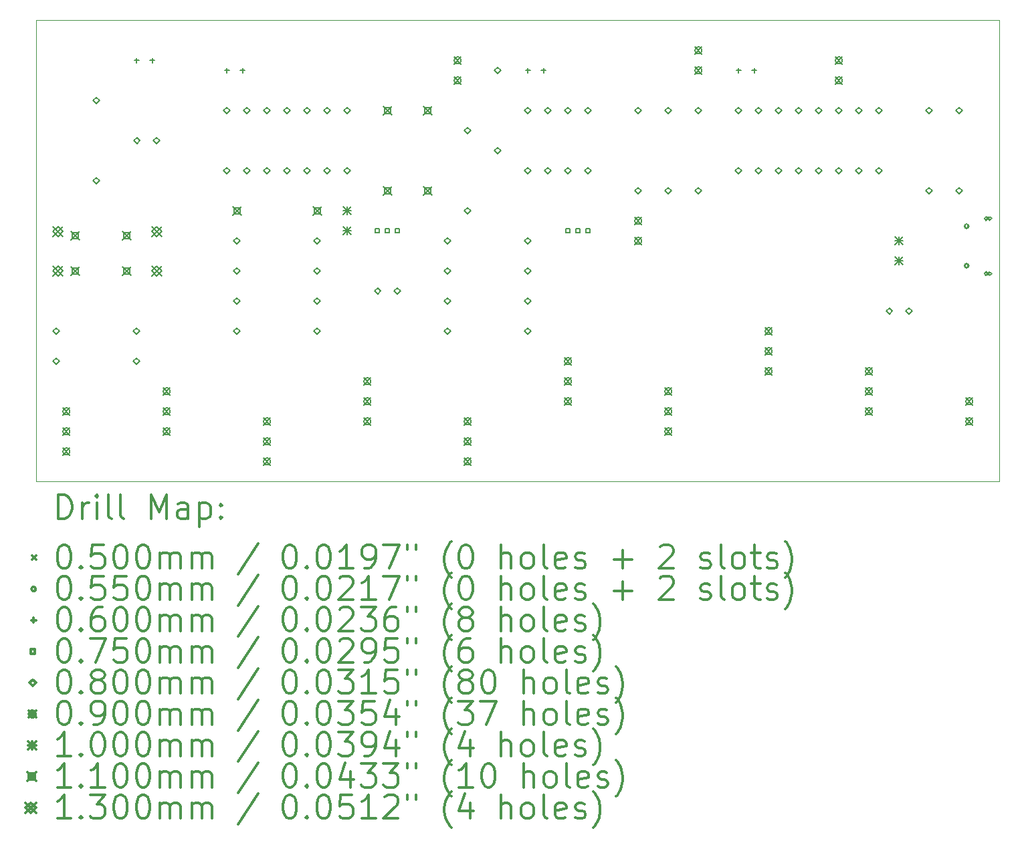
<source format=gbr>
%FSLAX45Y45*%
G04 Gerber Fmt 4.5, Leading zero omitted, Abs format (unit mm)*
G04 Created by KiCad (PCBNEW (5.1.10)-1) date 2021-10-13 19:52:33*
%MOMM*%
%LPD*%
G01*
G04 APERTURE LIST*
%TA.AperFunction,Profile*%
%ADD10C,0.100000*%
%TD*%
%ADD11C,0.200000*%
%ADD12C,0.300000*%
G04 APERTURE END LIST*
D10*
X17526000Y-2794000D02*
X17526000Y-8636000D01*
X5334000Y-2794000D02*
X17526000Y-2794000D01*
X5334000Y-8636000D02*
X5334000Y-2794000D01*
X17526000Y-8636000D02*
X5334000Y-8636000D01*
D11*
X17357000Y-5278000D02*
X17407000Y-5328000D01*
X17407000Y-5278000D02*
X17357000Y-5328000D01*
X17349500Y-5318000D02*
X17414500Y-5318000D01*
X17349500Y-5288000D02*
X17414500Y-5288000D01*
X17414500Y-5318000D02*
G75*
G03*
X17414500Y-5288000I0J15000D01*
G01*
X17349500Y-5288000D02*
G75*
G03*
X17349500Y-5318000I0J-15000D01*
G01*
X17357000Y-5978000D02*
X17407000Y-6028000D01*
X17407000Y-5978000D02*
X17357000Y-6028000D01*
X17349500Y-6018000D02*
X17414500Y-6018000D01*
X17349500Y-5988000D02*
X17414500Y-5988000D01*
X17414500Y-6018000D02*
G75*
G03*
X17414500Y-5988000I0J15000D01*
G01*
X17349500Y-5988000D02*
G75*
G03*
X17349500Y-6018000I0J-15000D01*
G01*
X17139500Y-5403000D02*
G75*
G03*
X17139500Y-5403000I-27500J0D01*
G01*
X17129500Y-5418000D02*
X17129500Y-5388000D01*
X17094500Y-5418000D02*
X17094500Y-5388000D01*
X17129500Y-5388000D02*
G75*
G03*
X17094500Y-5388000I-17500J0D01*
G01*
X17094500Y-5418000D02*
G75*
G03*
X17129500Y-5418000I17500J0D01*
G01*
X17139500Y-5903000D02*
G75*
G03*
X17139500Y-5903000I-27500J0D01*
G01*
X17129500Y-5918000D02*
X17129500Y-5888000D01*
X17094500Y-5918000D02*
X17094500Y-5888000D01*
X17129500Y-5888000D02*
G75*
G03*
X17094500Y-5888000I-17500J0D01*
G01*
X17094500Y-5918000D02*
G75*
G03*
X17129500Y-5918000I17500J0D01*
G01*
X6604000Y-3272000D02*
X6604000Y-3332000D01*
X6574000Y-3302000D02*
X6634000Y-3302000D01*
X6804000Y-3272000D02*
X6804000Y-3332000D01*
X6774000Y-3302000D02*
X6834000Y-3302000D01*
X7747000Y-3399000D02*
X7747000Y-3459000D01*
X7717000Y-3429000D02*
X7777000Y-3429000D01*
X7947000Y-3399000D02*
X7947000Y-3459000D01*
X7917000Y-3429000D02*
X7977000Y-3429000D01*
X11557000Y-3399000D02*
X11557000Y-3459000D01*
X11527000Y-3429000D02*
X11587000Y-3429000D01*
X11757000Y-3399000D02*
X11757000Y-3459000D01*
X11727000Y-3429000D02*
X11787000Y-3429000D01*
X14224000Y-3399000D02*
X14224000Y-3459000D01*
X14194000Y-3429000D02*
X14254000Y-3429000D01*
X14424000Y-3399000D02*
X14424000Y-3459000D01*
X14394000Y-3429000D02*
X14454000Y-3429000D01*
X9678517Y-5487517D02*
X9678517Y-5434483D01*
X9625483Y-5434483D01*
X9625483Y-5487517D01*
X9678517Y-5487517D01*
X9805517Y-5487517D02*
X9805517Y-5434483D01*
X9752483Y-5434483D01*
X9752483Y-5487517D01*
X9805517Y-5487517D01*
X9932517Y-5487517D02*
X9932517Y-5434483D01*
X9879483Y-5434483D01*
X9879483Y-5487517D01*
X9932517Y-5487517D01*
X12091517Y-5487517D02*
X12091517Y-5434483D01*
X12038483Y-5434483D01*
X12038483Y-5487517D01*
X12091517Y-5487517D01*
X12218517Y-5487517D02*
X12218517Y-5434483D01*
X12165483Y-5434483D01*
X12165483Y-5487517D01*
X12218517Y-5487517D01*
X12345517Y-5487517D02*
X12345517Y-5434483D01*
X12292483Y-5434483D01*
X12292483Y-5487517D01*
X12345517Y-5487517D01*
X5588000Y-6771000D02*
X5628000Y-6731000D01*
X5588000Y-6691000D01*
X5548000Y-6731000D01*
X5588000Y-6771000D01*
X5588000Y-7152000D02*
X5628000Y-7112000D01*
X5588000Y-7072000D01*
X5548000Y-7112000D01*
X5588000Y-7152000D01*
X6096000Y-3850000D02*
X6136000Y-3810000D01*
X6096000Y-3770000D01*
X6056000Y-3810000D01*
X6096000Y-3850000D01*
X6096000Y-4866000D02*
X6136000Y-4826000D01*
X6096000Y-4786000D01*
X6056000Y-4826000D01*
X6096000Y-4866000D01*
X6604000Y-6771000D02*
X6644000Y-6731000D01*
X6604000Y-6691000D01*
X6564000Y-6731000D01*
X6604000Y-6771000D01*
X6604000Y-7152000D02*
X6644000Y-7112000D01*
X6604000Y-7072000D01*
X6564000Y-7112000D01*
X6604000Y-7152000D01*
X6608000Y-4358000D02*
X6648000Y-4318000D01*
X6608000Y-4278000D01*
X6568000Y-4318000D01*
X6608000Y-4358000D01*
X6858000Y-4358000D02*
X6898000Y-4318000D01*
X6858000Y-4278000D01*
X6818000Y-4318000D01*
X6858000Y-4358000D01*
X7747000Y-3977000D02*
X7787000Y-3937000D01*
X7747000Y-3897000D01*
X7707000Y-3937000D01*
X7747000Y-3977000D01*
X7747000Y-4739000D02*
X7787000Y-4699000D01*
X7747000Y-4659000D01*
X7707000Y-4699000D01*
X7747000Y-4739000D01*
X7874000Y-5628000D02*
X7914000Y-5588000D01*
X7874000Y-5548000D01*
X7834000Y-5588000D01*
X7874000Y-5628000D01*
X7874000Y-6009000D02*
X7914000Y-5969000D01*
X7874000Y-5929000D01*
X7834000Y-5969000D01*
X7874000Y-6009000D01*
X7874000Y-6390000D02*
X7914000Y-6350000D01*
X7874000Y-6310000D01*
X7834000Y-6350000D01*
X7874000Y-6390000D01*
X7874000Y-6771000D02*
X7914000Y-6731000D01*
X7874000Y-6691000D01*
X7834000Y-6731000D01*
X7874000Y-6771000D01*
X8001000Y-3977000D02*
X8041000Y-3937000D01*
X8001000Y-3897000D01*
X7961000Y-3937000D01*
X8001000Y-3977000D01*
X8001000Y-4739000D02*
X8041000Y-4699000D01*
X8001000Y-4659000D01*
X7961000Y-4699000D01*
X8001000Y-4739000D01*
X8255000Y-3977000D02*
X8295000Y-3937000D01*
X8255000Y-3897000D01*
X8215000Y-3937000D01*
X8255000Y-3977000D01*
X8255000Y-4739000D02*
X8295000Y-4699000D01*
X8255000Y-4659000D01*
X8215000Y-4699000D01*
X8255000Y-4739000D01*
X8509000Y-3977000D02*
X8549000Y-3937000D01*
X8509000Y-3897000D01*
X8469000Y-3937000D01*
X8509000Y-3977000D01*
X8509000Y-4739000D02*
X8549000Y-4699000D01*
X8509000Y-4659000D01*
X8469000Y-4699000D01*
X8509000Y-4739000D01*
X8763000Y-3977000D02*
X8803000Y-3937000D01*
X8763000Y-3897000D01*
X8723000Y-3937000D01*
X8763000Y-3977000D01*
X8763000Y-4739000D02*
X8803000Y-4699000D01*
X8763000Y-4659000D01*
X8723000Y-4699000D01*
X8763000Y-4739000D01*
X8890000Y-5628000D02*
X8930000Y-5588000D01*
X8890000Y-5548000D01*
X8850000Y-5588000D01*
X8890000Y-5628000D01*
X8890000Y-6009000D02*
X8930000Y-5969000D01*
X8890000Y-5929000D01*
X8850000Y-5969000D01*
X8890000Y-6009000D01*
X8890000Y-6390000D02*
X8930000Y-6350000D01*
X8890000Y-6310000D01*
X8850000Y-6350000D01*
X8890000Y-6390000D01*
X8890000Y-6771000D02*
X8930000Y-6731000D01*
X8890000Y-6691000D01*
X8850000Y-6731000D01*
X8890000Y-6771000D01*
X9017000Y-3977000D02*
X9057000Y-3937000D01*
X9017000Y-3897000D01*
X8977000Y-3937000D01*
X9017000Y-3977000D01*
X9017000Y-4739000D02*
X9057000Y-4699000D01*
X9017000Y-4659000D01*
X8977000Y-4699000D01*
X9017000Y-4739000D01*
X9271000Y-3977000D02*
X9311000Y-3937000D01*
X9271000Y-3897000D01*
X9231000Y-3937000D01*
X9271000Y-3977000D01*
X9271000Y-4739000D02*
X9311000Y-4699000D01*
X9271000Y-4659000D01*
X9231000Y-4699000D01*
X9271000Y-4739000D01*
X9656000Y-6263000D02*
X9696000Y-6223000D01*
X9656000Y-6183000D01*
X9616000Y-6223000D01*
X9656000Y-6263000D01*
X9906000Y-6263000D02*
X9946000Y-6223000D01*
X9906000Y-6183000D01*
X9866000Y-6223000D01*
X9906000Y-6263000D01*
X10541000Y-5628000D02*
X10581000Y-5588000D01*
X10541000Y-5548000D01*
X10501000Y-5588000D01*
X10541000Y-5628000D01*
X10541000Y-6009000D02*
X10581000Y-5969000D01*
X10541000Y-5929000D01*
X10501000Y-5969000D01*
X10541000Y-6009000D01*
X10541000Y-6390000D02*
X10581000Y-6350000D01*
X10541000Y-6310000D01*
X10501000Y-6350000D01*
X10541000Y-6390000D01*
X10541000Y-6771000D02*
X10581000Y-6731000D01*
X10541000Y-6691000D01*
X10501000Y-6731000D01*
X10541000Y-6771000D01*
X10795000Y-4231000D02*
X10835000Y-4191000D01*
X10795000Y-4151000D01*
X10755000Y-4191000D01*
X10795000Y-4231000D01*
X10795000Y-5247000D02*
X10835000Y-5207000D01*
X10795000Y-5167000D01*
X10755000Y-5207000D01*
X10795000Y-5247000D01*
X11176000Y-3469000D02*
X11216000Y-3429000D01*
X11176000Y-3389000D01*
X11136000Y-3429000D01*
X11176000Y-3469000D01*
X11176000Y-4485000D02*
X11216000Y-4445000D01*
X11176000Y-4405000D01*
X11136000Y-4445000D01*
X11176000Y-4485000D01*
X11557000Y-3977000D02*
X11597000Y-3937000D01*
X11557000Y-3897000D01*
X11517000Y-3937000D01*
X11557000Y-3977000D01*
X11557000Y-4739000D02*
X11597000Y-4699000D01*
X11557000Y-4659000D01*
X11517000Y-4699000D01*
X11557000Y-4739000D01*
X11557000Y-5628000D02*
X11597000Y-5588000D01*
X11557000Y-5548000D01*
X11517000Y-5588000D01*
X11557000Y-5628000D01*
X11557000Y-6009000D02*
X11597000Y-5969000D01*
X11557000Y-5929000D01*
X11517000Y-5969000D01*
X11557000Y-6009000D01*
X11557000Y-6390000D02*
X11597000Y-6350000D01*
X11557000Y-6310000D01*
X11517000Y-6350000D01*
X11557000Y-6390000D01*
X11557000Y-6771000D02*
X11597000Y-6731000D01*
X11557000Y-6691000D01*
X11517000Y-6731000D01*
X11557000Y-6771000D01*
X11811000Y-3977000D02*
X11851000Y-3937000D01*
X11811000Y-3897000D01*
X11771000Y-3937000D01*
X11811000Y-3977000D01*
X11811000Y-4739000D02*
X11851000Y-4699000D01*
X11811000Y-4659000D01*
X11771000Y-4699000D01*
X11811000Y-4739000D01*
X12065000Y-3977000D02*
X12105000Y-3937000D01*
X12065000Y-3897000D01*
X12025000Y-3937000D01*
X12065000Y-3977000D01*
X12065000Y-4739000D02*
X12105000Y-4699000D01*
X12065000Y-4659000D01*
X12025000Y-4699000D01*
X12065000Y-4739000D01*
X12319000Y-3977000D02*
X12359000Y-3937000D01*
X12319000Y-3897000D01*
X12279000Y-3937000D01*
X12319000Y-3977000D01*
X12319000Y-4739000D02*
X12359000Y-4699000D01*
X12319000Y-4659000D01*
X12279000Y-4699000D01*
X12319000Y-4739000D01*
X12954000Y-3977000D02*
X12994000Y-3937000D01*
X12954000Y-3897000D01*
X12914000Y-3937000D01*
X12954000Y-3977000D01*
X12954000Y-4993000D02*
X12994000Y-4953000D01*
X12954000Y-4913000D01*
X12914000Y-4953000D01*
X12954000Y-4993000D01*
X13335000Y-3977000D02*
X13375000Y-3937000D01*
X13335000Y-3897000D01*
X13295000Y-3937000D01*
X13335000Y-3977000D01*
X13335000Y-4993000D02*
X13375000Y-4953000D01*
X13335000Y-4913000D01*
X13295000Y-4953000D01*
X13335000Y-4993000D01*
X13716000Y-3977000D02*
X13756000Y-3937000D01*
X13716000Y-3897000D01*
X13676000Y-3937000D01*
X13716000Y-3977000D01*
X13716000Y-4993000D02*
X13756000Y-4953000D01*
X13716000Y-4913000D01*
X13676000Y-4953000D01*
X13716000Y-4993000D01*
X14224000Y-3977000D02*
X14264000Y-3937000D01*
X14224000Y-3897000D01*
X14184000Y-3937000D01*
X14224000Y-3977000D01*
X14224000Y-4739000D02*
X14264000Y-4699000D01*
X14224000Y-4659000D01*
X14184000Y-4699000D01*
X14224000Y-4739000D01*
X14478000Y-3977000D02*
X14518000Y-3937000D01*
X14478000Y-3897000D01*
X14438000Y-3937000D01*
X14478000Y-3977000D01*
X14478000Y-4739000D02*
X14518000Y-4699000D01*
X14478000Y-4659000D01*
X14438000Y-4699000D01*
X14478000Y-4739000D01*
X14732000Y-3977000D02*
X14772000Y-3937000D01*
X14732000Y-3897000D01*
X14692000Y-3937000D01*
X14732000Y-3977000D01*
X14732000Y-4739000D02*
X14772000Y-4699000D01*
X14732000Y-4659000D01*
X14692000Y-4699000D01*
X14732000Y-4739000D01*
X14986000Y-3977000D02*
X15026000Y-3937000D01*
X14986000Y-3897000D01*
X14946000Y-3937000D01*
X14986000Y-3977000D01*
X14986000Y-4739000D02*
X15026000Y-4699000D01*
X14986000Y-4659000D01*
X14946000Y-4699000D01*
X14986000Y-4739000D01*
X15240000Y-3977000D02*
X15280000Y-3937000D01*
X15240000Y-3897000D01*
X15200000Y-3937000D01*
X15240000Y-3977000D01*
X15240000Y-4739000D02*
X15280000Y-4699000D01*
X15240000Y-4659000D01*
X15200000Y-4699000D01*
X15240000Y-4739000D01*
X15494000Y-3977000D02*
X15534000Y-3937000D01*
X15494000Y-3897000D01*
X15454000Y-3937000D01*
X15494000Y-3977000D01*
X15494000Y-4739000D02*
X15534000Y-4699000D01*
X15494000Y-4659000D01*
X15454000Y-4699000D01*
X15494000Y-4739000D01*
X15748000Y-3977000D02*
X15788000Y-3937000D01*
X15748000Y-3897000D01*
X15708000Y-3937000D01*
X15748000Y-3977000D01*
X15748000Y-4739000D02*
X15788000Y-4699000D01*
X15748000Y-4659000D01*
X15708000Y-4699000D01*
X15748000Y-4739000D01*
X16002000Y-3977000D02*
X16042000Y-3937000D01*
X16002000Y-3897000D01*
X15962000Y-3937000D01*
X16002000Y-3977000D01*
X16002000Y-4739000D02*
X16042000Y-4699000D01*
X16002000Y-4659000D01*
X15962000Y-4699000D01*
X16002000Y-4739000D01*
X16133000Y-6517000D02*
X16173000Y-6477000D01*
X16133000Y-6437000D01*
X16093000Y-6477000D01*
X16133000Y-6517000D01*
X16383000Y-6517000D02*
X16423000Y-6477000D01*
X16383000Y-6437000D01*
X16343000Y-6477000D01*
X16383000Y-6517000D01*
X16637000Y-3977000D02*
X16677000Y-3937000D01*
X16637000Y-3897000D01*
X16597000Y-3937000D01*
X16637000Y-3977000D01*
X16637000Y-4993000D02*
X16677000Y-4953000D01*
X16637000Y-4913000D01*
X16597000Y-4953000D01*
X16637000Y-4993000D01*
X17018000Y-3977000D02*
X17058000Y-3937000D01*
X17018000Y-3897000D01*
X16978000Y-3937000D01*
X17018000Y-3977000D01*
X17018000Y-4993000D02*
X17058000Y-4953000D01*
X17018000Y-4913000D01*
X16978000Y-4953000D01*
X17018000Y-4993000D01*
X5670000Y-7702000D02*
X5760000Y-7792000D01*
X5760000Y-7702000D02*
X5670000Y-7792000D01*
X5760000Y-7747000D02*
G75*
G03*
X5760000Y-7747000I-45000J0D01*
G01*
X5670000Y-7956000D02*
X5760000Y-8046000D01*
X5760000Y-7956000D02*
X5670000Y-8046000D01*
X5760000Y-8001000D02*
G75*
G03*
X5760000Y-8001000I-45000J0D01*
G01*
X5670000Y-8210000D02*
X5760000Y-8300000D01*
X5760000Y-8210000D02*
X5670000Y-8300000D01*
X5760000Y-8255000D02*
G75*
G03*
X5760000Y-8255000I-45000J0D01*
G01*
X6940000Y-7448000D02*
X7030000Y-7538000D01*
X7030000Y-7448000D02*
X6940000Y-7538000D01*
X7030000Y-7493000D02*
G75*
G03*
X7030000Y-7493000I-45000J0D01*
G01*
X6940000Y-7702000D02*
X7030000Y-7792000D01*
X7030000Y-7702000D02*
X6940000Y-7792000D01*
X7030000Y-7747000D02*
G75*
G03*
X7030000Y-7747000I-45000J0D01*
G01*
X6940000Y-7956000D02*
X7030000Y-8046000D01*
X7030000Y-7956000D02*
X6940000Y-8046000D01*
X7030000Y-8001000D02*
G75*
G03*
X7030000Y-8001000I-45000J0D01*
G01*
X8210000Y-7829000D02*
X8300000Y-7919000D01*
X8300000Y-7829000D02*
X8210000Y-7919000D01*
X8300000Y-7874000D02*
G75*
G03*
X8300000Y-7874000I-45000J0D01*
G01*
X8210000Y-8083000D02*
X8300000Y-8173000D01*
X8300000Y-8083000D02*
X8210000Y-8173000D01*
X8300000Y-8128000D02*
G75*
G03*
X8300000Y-8128000I-45000J0D01*
G01*
X8210000Y-8337000D02*
X8300000Y-8427000D01*
X8300000Y-8337000D02*
X8210000Y-8427000D01*
X8300000Y-8382000D02*
G75*
G03*
X8300000Y-8382000I-45000J0D01*
G01*
X9480000Y-7321000D02*
X9570000Y-7411000D01*
X9570000Y-7321000D02*
X9480000Y-7411000D01*
X9570000Y-7366000D02*
G75*
G03*
X9570000Y-7366000I-45000J0D01*
G01*
X9480000Y-7575000D02*
X9570000Y-7665000D01*
X9570000Y-7575000D02*
X9480000Y-7665000D01*
X9570000Y-7620000D02*
G75*
G03*
X9570000Y-7620000I-45000J0D01*
G01*
X9480000Y-7829000D02*
X9570000Y-7919000D01*
X9570000Y-7829000D02*
X9480000Y-7919000D01*
X9570000Y-7874000D02*
G75*
G03*
X9570000Y-7874000I-45000J0D01*
G01*
X10623000Y-3257000D02*
X10713000Y-3347000D01*
X10713000Y-3257000D02*
X10623000Y-3347000D01*
X10713000Y-3302000D02*
G75*
G03*
X10713000Y-3302000I-45000J0D01*
G01*
X10623000Y-3511000D02*
X10713000Y-3601000D01*
X10713000Y-3511000D02*
X10623000Y-3601000D01*
X10713000Y-3556000D02*
G75*
G03*
X10713000Y-3556000I-45000J0D01*
G01*
X10750000Y-7829000D02*
X10840000Y-7919000D01*
X10840000Y-7829000D02*
X10750000Y-7919000D01*
X10840000Y-7874000D02*
G75*
G03*
X10840000Y-7874000I-45000J0D01*
G01*
X10750000Y-8083000D02*
X10840000Y-8173000D01*
X10840000Y-8083000D02*
X10750000Y-8173000D01*
X10840000Y-8128000D02*
G75*
G03*
X10840000Y-8128000I-45000J0D01*
G01*
X10750000Y-8337000D02*
X10840000Y-8427000D01*
X10840000Y-8337000D02*
X10750000Y-8427000D01*
X10840000Y-8382000D02*
G75*
G03*
X10840000Y-8382000I-45000J0D01*
G01*
X12020000Y-7067000D02*
X12110000Y-7157000D01*
X12110000Y-7067000D02*
X12020000Y-7157000D01*
X12110000Y-7112000D02*
G75*
G03*
X12110000Y-7112000I-45000J0D01*
G01*
X12020000Y-7321000D02*
X12110000Y-7411000D01*
X12110000Y-7321000D02*
X12020000Y-7411000D01*
X12110000Y-7366000D02*
G75*
G03*
X12110000Y-7366000I-45000J0D01*
G01*
X12020000Y-7575000D02*
X12110000Y-7665000D01*
X12110000Y-7575000D02*
X12020000Y-7665000D01*
X12110000Y-7620000D02*
G75*
G03*
X12110000Y-7620000I-45000J0D01*
G01*
X12909000Y-5289000D02*
X12999000Y-5379000D01*
X12999000Y-5289000D02*
X12909000Y-5379000D01*
X12999000Y-5334000D02*
G75*
G03*
X12999000Y-5334000I-45000J0D01*
G01*
X12909000Y-5543000D02*
X12999000Y-5633000D01*
X12999000Y-5543000D02*
X12909000Y-5633000D01*
X12999000Y-5588000D02*
G75*
G03*
X12999000Y-5588000I-45000J0D01*
G01*
X13290000Y-7448000D02*
X13380000Y-7538000D01*
X13380000Y-7448000D02*
X13290000Y-7538000D01*
X13380000Y-7493000D02*
G75*
G03*
X13380000Y-7493000I-45000J0D01*
G01*
X13290000Y-7702000D02*
X13380000Y-7792000D01*
X13380000Y-7702000D02*
X13290000Y-7792000D01*
X13380000Y-7747000D02*
G75*
G03*
X13380000Y-7747000I-45000J0D01*
G01*
X13290000Y-7956000D02*
X13380000Y-8046000D01*
X13380000Y-7956000D02*
X13290000Y-8046000D01*
X13380000Y-8001000D02*
G75*
G03*
X13380000Y-8001000I-45000J0D01*
G01*
X13671000Y-3130000D02*
X13761000Y-3220000D01*
X13761000Y-3130000D02*
X13671000Y-3220000D01*
X13761000Y-3175000D02*
G75*
G03*
X13761000Y-3175000I-45000J0D01*
G01*
X13671000Y-3384000D02*
X13761000Y-3474000D01*
X13761000Y-3384000D02*
X13671000Y-3474000D01*
X13761000Y-3429000D02*
G75*
G03*
X13761000Y-3429000I-45000J0D01*
G01*
X14560000Y-6686000D02*
X14650000Y-6776000D01*
X14650000Y-6686000D02*
X14560000Y-6776000D01*
X14650000Y-6731000D02*
G75*
G03*
X14650000Y-6731000I-45000J0D01*
G01*
X14560000Y-6940000D02*
X14650000Y-7030000D01*
X14650000Y-6940000D02*
X14560000Y-7030000D01*
X14650000Y-6985000D02*
G75*
G03*
X14650000Y-6985000I-45000J0D01*
G01*
X14560000Y-7194000D02*
X14650000Y-7284000D01*
X14650000Y-7194000D02*
X14560000Y-7284000D01*
X14650000Y-7239000D02*
G75*
G03*
X14650000Y-7239000I-45000J0D01*
G01*
X15449000Y-3257000D02*
X15539000Y-3347000D01*
X15539000Y-3257000D02*
X15449000Y-3347000D01*
X15539000Y-3302000D02*
G75*
G03*
X15539000Y-3302000I-45000J0D01*
G01*
X15449000Y-3511000D02*
X15539000Y-3601000D01*
X15539000Y-3511000D02*
X15449000Y-3601000D01*
X15539000Y-3556000D02*
G75*
G03*
X15539000Y-3556000I-45000J0D01*
G01*
X15830000Y-7194000D02*
X15920000Y-7284000D01*
X15920000Y-7194000D02*
X15830000Y-7284000D01*
X15920000Y-7239000D02*
G75*
G03*
X15920000Y-7239000I-45000J0D01*
G01*
X15830000Y-7448000D02*
X15920000Y-7538000D01*
X15920000Y-7448000D02*
X15830000Y-7538000D01*
X15920000Y-7493000D02*
G75*
G03*
X15920000Y-7493000I-45000J0D01*
G01*
X15830000Y-7702000D02*
X15920000Y-7792000D01*
X15920000Y-7702000D02*
X15830000Y-7792000D01*
X15920000Y-7747000D02*
G75*
G03*
X15920000Y-7747000I-45000J0D01*
G01*
X17100000Y-7575000D02*
X17190000Y-7665000D01*
X17190000Y-7575000D02*
X17100000Y-7665000D01*
X17190000Y-7620000D02*
G75*
G03*
X17190000Y-7620000I-45000J0D01*
G01*
X17100000Y-7829000D02*
X17190000Y-7919000D01*
X17190000Y-7829000D02*
X17100000Y-7919000D01*
X17190000Y-7874000D02*
G75*
G03*
X17190000Y-7874000I-45000J0D01*
G01*
X9221000Y-5157000D02*
X9321000Y-5257000D01*
X9321000Y-5157000D02*
X9221000Y-5257000D01*
X9271000Y-5157000D02*
X9271000Y-5257000D01*
X9221000Y-5207000D02*
X9321000Y-5207000D01*
X9221000Y-5411000D02*
X9321000Y-5511000D01*
X9321000Y-5411000D02*
X9221000Y-5511000D01*
X9271000Y-5411000D02*
X9271000Y-5511000D01*
X9221000Y-5461000D02*
X9321000Y-5461000D01*
X16206000Y-5538000D02*
X16306000Y-5638000D01*
X16306000Y-5538000D02*
X16206000Y-5638000D01*
X16256000Y-5538000D02*
X16256000Y-5638000D01*
X16206000Y-5588000D02*
X16306000Y-5588000D01*
X16206000Y-5792000D02*
X16306000Y-5892000D01*
X16306000Y-5792000D02*
X16206000Y-5892000D01*
X16256000Y-5792000D02*
X16256000Y-5892000D01*
X16206000Y-5842000D02*
X16306000Y-5842000D01*
X5772000Y-5464000D02*
X5882000Y-5574000D01*
X5882000Y-5464000D02*
X5772000Y-5574000D01*
X5865891Y-5557891D02*
X5865891Y-5480109D01*
X5788109Y-5480109D01*
X5788109Y-5557891D01*
X5865891Y-5557891D01*
X5772000Y-5914000D02*
X5882000Y-6024000D01*
X5882000Y-5914000D02*
X5772000Y-6024000D01*
X5865891Y-6007891D02*
X5865891Y-5930109D01*
X5788109Y-5930109D01*
X5788109Y-6007891D01*
X5865891Y-6007891D01*
X6422000Y-5464000D02*
X6532000Y-5574000D01*
X6532000Y-5464000D02*
X6422000Y-5574000D01*
X6515891Y-5557891D02*
X6515891Y-5480109D01*
X6438109Y-5480109D01*
X6438109Y-5557891D01*
X6515891Y-5557891D01*
X6422000Y-5914000D02*
X6532000Y-6024000D01*
X6532000Y-5914000D02*
X6422000Y-6024000D01*
X6515891Y-6007891D02*
X6515891Y-5930109D01*
X6438109Y-5930109D01*
X6438109Y-6007891D01*
X6515891Y-6007891D01*
X7819000Y-5152000D02*
X7929000Y-5262000D01*
X7929000Y-5152000D02*
X7819000Y-5262000D01*
X7912891Y-5245891D02*
X7912891Y-5168109D01*
X7835109Y-5168109D01*
X7835109Y-5245891D01*
X7912891Y-5245891D01*
X8835000Y-5152000D02*
X8945000Y-5262000D01*
X8945000Y-5152000D02*
X8835000Y-5262000D01*
X8928891Y-5245891D02*
X8928891Y-5168109D01*
X8851109Y-5168109D01*
X8851109Y-5245891D01*
X8928891Y-5245891D01*
X9724000Y-3882000D02*
X9834000Y-3992000D01*
X9834000Y-3882000D02*
X9724000Y-3992000D01*
X9817891Y-3975891D02*
X9817891Y-3898109D01*
X9740109Y-3898109D01*
X9740109Y-3975891D01*
X9817891Y-3975891D01*
X9724000Y-4898000D02*
X9834000Y-5008000D01*
X9834000Y-4898000D02*
X9724000Y-5008000D01*
X9817891Y-4991891D02*
X9817891Y-4914109D01*
X9740109Y-4914109D01*
X9740109Y-4991891D01*
X9817891Y-4991891D01*
X10232000Y-3882000D02*
X10342000Y-3992000D01*
X10342000Y-3882000D02*
X10232000Y-3992000D01*
X10325891Y-3975891D02*
X10325891Y-3898109D01*
X10248109Y-3898109D01*
X10248109Y-3975891D01*
X10325891Y-3975891D01*
X10232000Y-4898000D02*
X10342000Y-5008000D01*
X10342000Y-4898000D02*
X10232000Y-5008000D01*
X10325891Y-4991891D02*
X10325891Y-4914109D01*
X10248109Y-4914109D01*
X10248109Y-4991891D01*
X10325891Y-4991891D01*
X5543000Y-5404000D02*
X5673000Y-5534000D01*
X5673000Y-5404000D02*
X5543000Y-5534000D01*
X5608000Y-5534000D02*
X5673000Y-5469000D01*
X5608000Y-5404000D01*
X5543000Y-5469000D01*
X5608000Y-5534000D01*
X5543000Y-5904000D02*
X5673000Y-6034000D01*
X5673000Y-5904000D02*
X5543000Y-6034000D01*
X5608000Y-6034000D02*
X5673000Y-5969000D01*
X5608000Y-5904000D01*
X5543000Y-5969000D01*
X5608000Y-6034000D01*
X6793000Y-5404000D02*
X6923000Y-5534000D01*
X6923000Y-5404000D02*
X6793000Y-5534000D01*
X6858000Y-5534000D02*
X6923000Y-5469000D01*
X6858000Y-5404000D01*
X6793000Y-5469000D01*
X6858000Y-5534000D01*
X6793000Y-5904000D02*
X6923000Y-6034000D01*
X6923000Y-5904000D02*
X6793000Y-6034000D01*
X6858000Y-6034000D02*
X6923000Y-5969000D01*
X6858000Y-5904000D01*
X6793000Y-5969000D01*
X6858000Y-6034000D01*
D12*
X5615428Y-9106714D02*
X5615428Y-8806714D01*
X5686857Y-8806714D01*
X5729714Y-8821000D01*
X5758286Y-8849572D01*
X5772571Y-8878143D01*
X5786857Y-8935286D01*
X5786857Y-8978143D01*
X5772571Y-9035286D01*
X5758286Y-9063857D01*
X5729714Y-9092429D01*
X5686857Y-9106714D01*
X5615428Y-9106714D01*
X5915428Y-9106714D02*
X5915428Y-8906714D01*
X5915428Y-8963857D02*
X5929714Y-8935286D01*
X5944000Y-8921000D01*
X5972571Y-8906714D01*
X6001143Y-8906714D01*
X6101143Y-9106714D02*
X6101143Y-8906714D01*
X6101143Y-8806714D02*
X6086857Y-8821000D01*
X6101143Y-8835286D01*
X6115428Y-8821000D01*
X6101143Y-8806714D01*
X6101143Y-8835286D01*
X6286857Y-9106714D02*
X6258286Y-9092429D01*
X6244000Y-9063857D01*
X6244000Y-8806714D01*
X6444000Y-9106714D02*
X6415428Y-9092429D01*
X6401143Y-9063857D01*
X6401143Y-8806714D01*
X6786857Y-9106714D02*
X6786857Y-8806714D01*
X6886857Y-9021000D01*
X6986857Y-8806714D01*
X6986857Y-9106714D01*
X7258286Y-9106714D02*
X7258286Y-8949572D01*
X7244000Y-8921000D01*
X7215428Y-8906714D01*
X7158286Y-8906714D01*
X7129714Y-8921000D01*
X7258286Y-9092429D02*
X7229714Y-9106714D01*
X7158286Y-9106714D01*
X7129714Y-9092429D01*
X7115428Y-9063857D01*
X7115428Y-9035286D01*
X7129714Y-9006714D01*
X7158286Y-8992429D01*
X7229714Y-8992429D01*
X7258286Y-8978143D01*
X7401143Y-8906714D02*
X7401143Y-9206714D01*
X7401143Y-8921000D02*
X7429714Y-8906714D01*
X7486857Y-8906714D01*
X7515428Y-8921000D01*
X7529714Y-8935286D01*
X7544000Y-8963857D01*
X7544000Y-9049572D01*
X7529714Y-9078143D01*
X7515428Y-9092429D01*
X7486857Y-9106714D01*
X7429714Y-9106714D01*
X7401143Y-9092429D01*
X7672571Y-9078143D02*
X7686857Y-9092429D01*
X7672571Y-9106714D01*
X7658286Y-9092429D01*
X7672571Y-9078143D01*
X7672571Y-9106714D01*
X7672571Y-8921000D02*
X7686857Y-8935286D01*
X7672571Y-8949572D01*
X7658286Y-8935286D01*
X7672571Y-8921000D01*
X7672571Y-8949572D01*
X5279000Y-9576000D02*
X5329000Y-9626000D01*
X5329000Y-9576000D02*
X5279000Y-9626000D01*
X5672571Y-9436714D02*
X5701143Y-9436714D01*
X5729714Y-9451000D01*
X5744000Y-9465286D01*
X5758286Y-9493857D01*
X5772571Y-9551000D01*
X5772571Y-9622429D01*
X5758286Y-9679572D01*
X5744000Y-9708143D01*
X5729714Y-9722429D01*
X5701143Y-9736714D01*
X5672571Y-9736714D01*
X5644000Y-9722429D01*
X5629714Y-9708143D01*
X5615428Y-9679572D01*
X5601143Y-9622429D01*
X5601143Y-9551000D01*
X5615428Y-9493857D01*
X5629714Y-9465286D01*
X5644000Y-9451000D01*
X5672571Y-9436714D01*
X5901143Y-9708143D02*
X5915428Y-9722429D01*
X5901143Y-9736714D01*
X5886857Y-9722429D01*
X5901143Y-9708143D01*
X5901143Y-9736714D01*
X6186857Y-9436714D02*
X6044000Y-9436714D01*
X6029714Y-9579572D01*
X6044000Y-9565286D01*
X6072571Y-9551000D01*
X6144000Y-9551000D01*
X6172571Y-9565286D01*
X6186857Y-9579572D01*
X6201143Y-9608143D01*
X6201143Y-9679572D01*
X6186857Y-9708143D01*
X6172571Y-9722429D01*
X6144000Y-9736714D01*
X6072571Y-9736714D01*
X6044000Y-9722429D01*
X6029714Y-9708143D01*
X6386857Y-9436714D02*
X6415428Y-9436714D01*
X6444000Y-9451000D01*
X6458286Y-9465286D01*
X6472571Y-9493857D01*
X6486857Y-9551000D01*
X6486857Y-9622429D01*
X6472571Y-9679572D01*
X6458286Y-9708143D01*
X6444000Y-9722429D01*
X6415428Y-9736714D01*
X6386857Y-9736714D01*
X6358286Y-9722429D01*
X6344000Y-9708143D01*
X6329714Y-9679572D01*
X6315428Y-9622429D01*
X6315428Y-9551000D01*
X6329714Y-9493857D01*
X6344000Y-9465286D01*
X6358286Y-9451000D01*
X6386857Y-9436714D01*
X6672571Y-9436714D02*
X6701143Y-9436714D01*
X6729714Y-9451000D01*
X6744000Y-9465286D01*
X6758286Y-9493857D01*
X6772571Y-9551000D01*
X6772571Y-9622429D01*
X6758286Y-9679572D01*
X6744000Y-9708143D01*
X6729714Y-9722429D01*
X6701143Y-9736714D01*
X6672571Y-9736714D01*
X6644000Y-9722429D01*
X6629714Y-9708143D01*
X6615428Y-9679572D01*
X6601143Y-9622429D01*
X6601143Y-9551000D01*
X6615428Y-9493857D01*
X6629714Y-9465286D01*
X6644000Y-9451000D01*
X6672571Y-9436714D01*
X6901143Y-9736714D02*
X6901143Y-9536714D01*
X6901143Y-9565286D02*
X6915428Y-9551000D01*
X6944000Y-9536714D01*
X6986857Y-9536714D01*
X7015428Y-9551000D01*
X7029714Y-9579572D01*
X7029714Y-9736714D01*
X7029714Y-9579572D02*
X7044000Y-9551000D01*
X7072571Y-9536714D01*
X7115428Y-9536714D01*
X7144000Y-9551000D01*
X7158286Y-9579572D01*
X7158286Y-9736714D01*
X7301143Y-9736714D02*
X7301143Y-9536714D01*
X7301143Y-9565286D02*
X7315428Y-9551000D01*
X7344000Y-9536714D01*
X7386857Y-9536714D01*
X7415428Y-9551000D01*
X7429714Y-9579572D01*
X7429714Y-9736714D01*
X7429714Y-9579572D02*
X7444000Y-9551000D01*
X7472571Y-9536714D01*
X7515428Y-9536714D01*
X7544000Y-9551000D01*
X7558286Y-9579572D01*
X7558286Y-9736714D01*
X8144000Y-9422429D02*
X7886857Y-9808143D01*
X8529714Y-9436714D02*
X8558286Y-9436714D01*
X8586857Y-9451000D01*
X8601143Y-9465286D01*
X8615428Y-9493857D01*
X8629714Y-9551000D01*
X8629714Y-9622429D01*
X8615428Y-9679572D01*
X8601143Y-9708143D01*
X8586857Y-9722429D01*
X8558286Y-9736714D01*
X8529714Y-9736714D01*
X8501143Y-9722429D01*
X8486857Y-9708143D01*
X8472571Y-9679572D01*
X8458286Y-9622429D01*
X8458286Y-9551000D01*
X8472571Y-9493857D01*
X8486857Y-9465286D01*
X8501143Y-9451000D01*
X8529714Y-9436714D01*
X8758286Y-9708143D02*
X8772571Y-9722429D01*
X8758286Y-9736714D01*
X8744000Y-9722429D01*
X8758286Y-9708143D01*
X8758286Y-9736714D01*
X8958286Y-9436714D02*
X8986857Y-9436714D01*
X9015428Y-9451000D01*
X9029714Y-9465286D01*
X9044000Y-9493857D01*
X9058286Y-9551000D01*
X9058286Y-9622429D01*
X9044000Y-9679572D01*
X9029714Y-9708143D01*
X9015428Y-9722429D01*
X8986857Y-9736714D01*
X8958286Y-9736714D01*
X8929714Y-9722429D01*
X8915428Y-9708143D01*
X8901143Y-9679572D01*
X8886857Y-9622429D01*
X8886857Y-9551000D01*
X8901143Y-9493857D01*
X8915428Y-9465286D01*
X8929714Y-9451000D01*
X8958286Y-9436714D01*
X9344000Y-9736714D02*
X9172571Y-9736714D01*
X9258286Y-9736714D02*
X9258286Y-9436714D01*
X9229714Y-9479572D01*
X9201143Y-9508143D01*
X9172571Y-9522429D01*
X9486857Y-9736714D02*
X9544000Y-9736714D01*
X9572571Y-9722429D01*
X9586857Y-9708143D01*
X9615428Y-9665286D01*
X9629714Y-9608143D01*
X9629714Y-9493857D01*
X9615428Y-9465286D01*
X9601143Y-9451000D01*
X9572571Y-9436714D01*
X9515428Y-9436714D01*
X9486857Y-9451000D01*
X9472571Y-9465286D01*
X9458286Y-9493857D01*
X9458286Y-9565286D01*
X9472571Y-9593857D01*
X9486857Y-9608143D01*
X9515428Y-9622429D01*
X9572571Y-9622429D01*
X9601143Y-9608143D01*
X9615428Y-9593857D01*
X9629714Y-9565286D01*
X9729714Y-9436714D02*
X9929714Y-9436714D01*
X9801143Y-9736714D01*
X10029714Y-9436714D02*
X10029714Y-9493857D01*
X10144000Y-9436714D02*
X10144000Y-9493857D01*
X10586857Y-9851000D02*
X10572571Y-9836714D01*
X10544000Y-9793857D01*
X10529714Y-9765286D01*
X10515428Y-9722429D01*
X10501143Y-9651000D01*
X10501143Y-9593857D01*
X10515428Y-9522429D01*
X10529714Y-9479572D01*
X10544000Y-9451000D01*
X10572571Y-9408143D01*
X10586857Y-9393857D01*
X10758286Y-9436714D02*
X10786857Y-9436714D01*
X10815428Y-9451000D01*
X10829714Y-9465286D01*
X10844000Y-9493857D01*
X10858286Y-9551000D01*
X10858286Y-9622429D01*
X10844000Y-9679572D01*
X10829714Y-9708143D01*
X10815428Y-9722429D01*
X10786857Y-9736714D01*
X10758286Y-9736714D01*
X10729714Y-9722429D01*
X10715428Y-9708143D01*
X10701143Y-9679572D01*
X10686857Y-9622429D01*
X10686857Y-9551000D01*
X10701143Y-9493857D01*
X10715428Y-9465286D01*
X10729714Y-9451000D01*
X10758286Y-9436714D01*
X11215428Y-9736714D02*
X11215428Y-9436714D01*
X11344000Y-9736714D02*
X11344000Y-9579572D01*
X11329714Y-9551000D01*
X11301143Y-9536714D01*
X11258286Y-9536714D01*
X11229714Y-9551000D01*
X11215428Y-9565286D01*
X11529714Y-9736714D02*
X11501143Y-9722429D01*
X11486857Y-9708143D01*
X11472571Y-9679572D01*
X11472571Y-9593857D01*
X11486857Y-9565286D01*
X11501143Y-9551000D01*
X11529714Y-9536714D01*
X11572571Y-9536714D01*
X11601143Y-9551000D01*
X11615428Y-9565286D01*
X11629714Y-9593857D01*
X11629714Y-9679572D01*
X11615428Y-9708143D01*
X11601143Y-9722429D01*
X11572571Y-9736714D01*
X11529714Y-9736714D01*
X11801143Y-9736714D02*
X11772571Y-9722429D01*
X11758286Y-9693857D01*
X11758286Y-9436714D01*
X12029714Y-9722429D02*
X12001143Y-9736714D01*
X11944000Y-9736714D01*
X11915428Y-9722429D01*
X11901143Y-9693857D01*
X11901143Y-9579572D01*
X11915428Y-9551000D01*
X11944000Y-9536714D01*
X12001143Y-9536714D01*
X12029714Y-9551000D01*
X12044000Y-9579572D01*
X12044000Y-9608143D01*
X11901143Y-9636714D01*
X12158286Y-9722429D02*
X12186857Y-9736714D01*
X12244000Y-9736714D01*
X12272571Y-9722429D01*
X12286857Y-9693857D01*
X12286857Y-9679572D01*
X12272571Y-9651000D01*
X12244000Y-9636714D01*
X12201143Y-9636714D01*
X12172571Y-9622429D01*
X12158286Y-9593857D01*
X12158286Y-9579572D01*
X12172571Y-9551000D01*
X12201143Y-9536714D01*
X12244000Y-9536714D01*
X12272571Y-9551000D01*
X12644000Y-9622429D02*
X12872571Y-9622429D01*
X12758286Y-9736714D02*
X12758286Y-9508143D01*
X13229714Y-9465286D02*
X13244000Y-9451000D01*
X13272571Y-9436714D01*
X13344000Y-9436714D01*
X13372571Y-9451000D01*
X13386857Y-9465286D01*
X13401143Y-9493857D01*
X13401143Y-9522429D01*
X13386857Y-9565286D01*
X13215428Y-9736714D01*
X13401143Y-9736714D01*
X13744000Y-9722429D02*
X13772571Y-9736714D01*
X13829714Y-9736714D01*
X13858286Y-9722429D01*
X13872571Y-9693857D01*
X13872571Y-9679572D01*
X13858286Y-9651000D01*
X13829714Y-9636714D01*
X13786857Y-9636714D01*
X13758286Y-9622429D01*
X13744000Y-9593857D01*
X13744000Y-9579572D01*
X13758286Y-9551000D01*
X13786857Y-9536714D01*
X13829714Y-9536714D01*
X13858286Y-9551000D01*
X14044000Y-9736714D02*
X14015428Y-9722429D01*
X14001143Y-9693857D01*
X14001143Y-9436714D01*
X14201143Y-9736714D02*
X14172571Y-9722429D01*
X14158286Y-9708143D01*
X14144000Y-9679572D01*
X14144000Y-9593857D01*
X14158286Y-9565286D01*
X14172571Y-9551000D01*
X14201143Y-9536714D01*
X14244000Y-9536714D01*
X14272571Y-9551000D01*
X14286857Y-9565286D01*
X14301143Y-9593857D01*
X14301143Y-9679572D01*
X14286857Y-9708143D01*
X14272571Y-9722429D01*
X14244000Y-9736714D01*
X14201143Y-9736714D01*
X14386857Y-9536714D02*
X14501143Y-9536714D01*
X14429714Y-9436714D02*
X14429714Y-9693857D01*
X14444000Y-9722429D01*
X14472571Y-9736714D01*
X14501143Y-9736714D01*
X14586857Y-9722429D02*
X14615428Y-9736714D01*
X14672571Y-9736714D01*
X14701143Y-9722429D01*
X14715428Y-9693857D01*
X14715428Y-9679572D01*
X14701143Y-9651000D01*
X14672571Y-9636714D01*
X14629714Y-9636714D01*
X14601143Y-9622429D01*
X14586857Y-9593857D01*
X14586857Y-9579572D01*
X14601143Y-9551000D01*
X14629714Y-9536714D01*
X14672571Y-9536714D01*
X14701143Y-9551000D01*
X14815428Y-9851000D02*
X14829714Y-9836714D01*
X14858286Y-9793857D01*
X14872571Y-9765286D01*
X14886857Y-9722429D01*
X14901143Y-9651000D01*
X14901143Y-9593857D01*
X14886857Y-9522429D01*
X14872571Y-9479572D01*
X14858286Y-9451000D01*
X14829714Y-9408143D01*
X14815428Y-9393857D01*
X5329000Y-9997000D02*
G75*
G03*
X5329000Y-9997000I-27500J0D01*
G01*
X5672571Y-9832714D02*
X5701143Y-9832714D01*
X5729714Y-9847000D01*
X5744000Y-9861286D01*
X5758286Y-9889857D01*
X5772571Y-9947000D01*
X5772571Y-10018429D01*
X5758286Y-10075572D01*
X5744000Y-10104143D01*
X5729714Y-10118429D01*
X5701143Y-10132714D01*
X5672571Y-10132714D01*
X5644000Y-10118429D01*
X5629714Y-10104143D01*
X5615428Y-10075572D01*
X5601143Y-10018429D01*
X5601143Y-9947000D01*
X5615428Y-9889857D01*
X5629714Y-9861286D01*
X5644000Y-9847000D01*
X5672571Y-9832714D01*
X5901143Y-10104143D02*
X5915428Y-10118429D01*
X5901143Y-10132714D01*
X5886857Y-10118429D01*
X5901143Y-10104143D01*
X5901143Y-10132714D01*
X6186857Y-9832714D02*
X6044000Y-9832714D01*
X6029714Y-9975572D01*
X6044000Y-9961286D01*
X6072571Y-9947000D01*
X6144000Y-9947000D01*
X6172571Y-9961286D01*
X6186857Y-9975572D01*
X6201143Y-10004143D01*
X6201143Y-10075572D01*
X6186857Y-10104143D01*
X6172571Y-10118429D01*
X6144000Y-10132714D01*
X6072571Y-10132714D01*
X6044000Y-10118429D01*
X6029714Y-10104143D01*
X6472571Y-9832714D02*
X6329714Y-9832714D01*
X6315428Y-9975572D01*
X6329714Y-9961286D01*
X6358286Y-9947000D01*
X6429714Y-9947000D01*
X6458286Y-9961286D01*
X6472571Y-9975572D01*
X6486857Y-10004143D01*
X6486857Y-10075572D01*
X6472571Y-10104143D01*
X6458286Y-10118429D01*
X6429714Y-10132714D01*
X6358286Y-10132714D01*
X6329714Y-10118429D01*
X6315428Y-10104143D01*
X6672571Y-9832714D02*
X6701143Y-9832714D01*
X6729714Y-9847000D01*
X6744000Y-9861286D01*
X6758286Y-9889857D01*
X6772571Y-9947000D01*
X6772571Y-10018429D01*
X6758286Y-10075572D01*
X6744000Y-10104143D01*
X6729714Y-10118429D01*
X6701143Y-10132714D01*
X6672571Y-10132714D01*
X6644000Y-10118429D01*
X6629714Y-10104143D01*
X6615428Y-10075572D01*
X6601143Y-10018429D01*
X6601143Y-9947000D01*
X6615428Y-9889857D01*
X6629714Y-9861286D01*
X6644000Y-9847000D01*
X6672571Y-9832714D01*
X6901143Y-10132714D02*
X6901143Y-9932714D01*
X6901143Y-9961286D02*
X6915428Y-9947000D01*
X6944000Y-9932714D01*
X6986857Y-9932714D01*
X7015428Y-9947000D01*
X7029714Y-9975572D01*
X7029714Y-10132714D01*
X7029714Y-9975572D02*
X7044000Y-9947000D01*
X7072571Y-9932714D01*
X7115428Y-9932714D01*
X7144000Y-9947000D01*
X7158286Y-9975572D01*
X7158286Y-10132714D01*
X7301143Y-10132714D02*
X7301143Y-9932714D01*
X7301143Y-9961286D02*
X7315428Y-9947000D01*
X7344000Y-9932714D01*
X7386857Y-9932714D01*
X7415428Y-9947000D01*
X7429714Y-9975572D01*
X7429714Y-10132714D01*
X7429714Y-9975572D02*
X7444000Y-9947000D01*
X7472571Y-9932714D01*
X7515428Y-9932714D01*
X7544000Y-9947000D01*
X7558286Y-9975572D01*
X7558286Y-10132714D01*
X8144000Y-9818429D02*
X7886857Y-10204143D01*
X8529714Y-9832714D02*
X8558286Y-9832714D01*
X8586857Y-9847000D01*
X8601143Y-9861286D01*
X8615428Y-9889857D01*
X8629714Y-9947000D01*
X8629714Y-10018429D01*
X8615428Y-10075572D01*
X8601143Y-10104143D01*
X8586857Y-10118429D01*
X8558286Y-10132714D01*
X8529714Y-10132714D01*
X8501143Y-10118429D01*
X8486857Y-10104143D01*
X8472571Y-10075572D01*
X8458286Y-10018429D01*
X8458286Y-9947000D01*
X8472571Y-9889857D01*
X8486857Y-9861286D01*
X8501143Y-9847000D01*
X8529714Y-9832714D01*
X8758286Y-10104143D02*
X8772571Y-10118429D01*
X8758286Y-10132714D01*
X8744000Y-10118429D01*
X8758286Y-10104143D01*
X8758286Y-10132714D01*
X8958286Y-9832714D02*
X8986857Y-9832714D01*
X9015428Y-9847000D01*
X9029714Y-9861286D01*
X9044000Y-9889857D01*
X9058286Y-9947000D01*
X9058286Y-10018429D01*
X9044000Y-10075572D01*
X9029714Y-10104143D01*
X9015428Y-10118429D01*
X8986857Y-10132714D01*
X8958286Y-10132714D01*
X8929714Y-10118429D01*
X8915428Y-10104143D01*
X8901143Y-10075572D01*
X8886857Y-10018429D01*
X8886857Y-9947000D01*
X8901143Y-9889857D01*
X8915428Y-9861286D01*
X8929714Y-9847000D01*
X8958286Y-9832714D01*
X9172571Y-9861286D02*
X9186857Y-9847000D01*
X9215428Y-9832714D01*
X9286857Y-9832714D01*
X9315428Y-9847000D01*
X9329714Y-9861286D01*
X9344000Y-9889857D01*
X9344000Y-9918429D01*
X9329714Y-9961286D01*
X9158286Y-10132714D01*
X9344000Y-10132714D01*
X9629714Y-10132714D02*
X9458286Y-10132714D01*
X9544000Y-10132714D02*
X9544000Y-9832714D01*
X9515428Y-9875572D01*
X9486857Y-9904143D01*
X9458286Y-9918429D01*
X9729714Y-9832714D02*
X9929714Y-9832714D01*
X9801143Y-10132714D01*
X10029714Y-9832714D02*
X10029714Y-9889857D01*
X10144000Y-9832714D02*
X10144000Y-9889857D01*
X10586857Y-10247000D02*
X10572571Y-10232714D01*
X10544000Y-10189857D01*
X10529714Y-10161286D01*
X10515428Y-10118429D01*
X10501143Y-10047000D01*
X10501143Y-9989857D01*
X10515428Y-9918429D01*
X10529714Y-9875572D01*
X10544000Y-9847000D01*
X10572571Y-9804143D01*
X10586857Y-9789857D01*
X10758286Y-9832714D02*
X10786857Y-9832714D01*
X10815428Y-9847000D01*
X10829714Y-9861286D01*
X10844000Y-9889857D01*
X10858286Y-9947000D01*
X10858286Y-10018429D01*
X10844000Y-10075572D01*
X10829714Y-10104143D01*
X10815428Y-10118429D01*
X10786857Y-10132714D01*
X10758286Y-10132714D01*
X10729714Y-10118429D01*
X10715428Y-10104143D01*
X10701143Y-10075572D01*
X10686857Y-10018429D01*
X10686857Y-9947000D01*
X10701143Y-9889857D01*
X10715428Y-9861286D01*
X10729714Y-9847000D01*
X10758286Y-9832714D01*
X11215428Y-10132714D02*
X11215428Y-9832714D01*
X11344000Y-10132714D02*
X11344000Y-9975572D01*
X11329714Y-9947000D01*
X11301143Y-9932714D01*
X11258286Y-9932714D01*
X11229714Y-9947000D01*
X11215428Y-9961286D01*
X11529714Y-10132714D02*
X11501143Y-10118429D01*
X11486857Y-10104143D01*
X11472571Y-10075572D01*
X11472571Y-9989857D01*
X11486857Y-9961286D01*
X11501143Y-9947000D01*
X11529714Y-9932714D01*
X11572571Y-9932714D01*
X11601143Y-9947000D01*
X11615428Y-9961286D01*
X11629714Y-9989857D01*
X11629714Y-10075572D01*
X11615428Y-10104143D01*
X11601143Y-10118429D01*
X11572571Y-10132714D01*
X11529714Y-10132714D01*
X11801143Y-10132714D02*
X11772571Y-10118429D01*
X11758286Y-10089857D01*
X11758286Y-9832714D01*
X12029714Y-10118429D02*
X12001143Y-10132714D01*
X11944000Y-10132714D01*
X11915428Y-10118429D01*
X11901143Y-10089857D01*
X11901143Y-9975572D01*
X11915428Y-9947000D01*
X11944000Y-9932714D01*
X12001143Y-9932714D01*
X12029714Y-9947000D01*
X12044000Y-9975572D01*
X12044000Y-10004143D01*
X11901143Y-10032714D01*
X12158286Y-10118429D02*
X12186857Y-10132714D01*
X12244000Y-10132714D01*
X12272571Y-10118429D01*
X12286857Y-10089857D01*
X12286857Y-10075572D01*
X12272571Y-10047000D01*
X12244000Y-10032714D01*
X12201143Y-10032714D01*
X12172571Y-10018429D01*
X12158286Y-9989857D01*
X12158286Y-9975572D01*
X12172571Y-9947000D01*
X12201143Y-9932714D01*
X12244000Y-9932714D01*
X12272571Y-9947000D01*
X12644000Y-10018429D02*
X12872571Y-10018429D01*
X12758286Y-10132714D02*
X12758286Y-9904143D01*
X13229714Y-9861286D02*
X13244000Y-9847000D01*
X13272571Y-9832714D01*
X13344000Y-9832714D01*
X13372571Y-9847000D01*
X13386857Y-9861286D01*
X13401143Y-9889857D01*
X13401143Y-9918429D01*
X13386857Y-9961286D01*
X13215428Y-10132714D01*
X13401143Y-10132714D01*
X13744000Y-10118429D02*
X13772571Y-10132714D01*
X13829714Y-10132714D01*
X13858286Y-10118429D01*
X13872571Y-10089857D01*
X13872571Y-10075572D01*
X13858286Y-10047000D01*
X13829714Y-10032714D01*
X13786857Y-10032714D01*
X13758286Y-10018429D01*
X13744000Y-9989857D01*
X13744000Y-9975572D01*
X13758286Y-9947000D01*
X13786857Y-9932714D01*
X13829714Y-9932714D01*
X13858286Y-9947000D01*
X14044000Y-10132714D02*
X14015428Y-10118429D01*
X14001143Y-10089857D01*
X14001143Y-9832714D01*
X14201143Y-10132714D02*
X14172571Y-10118429D01*
X14158286Y-10104143D01*
X14144000Y-10075572D01*
X14144000Y-9989857D01*
X14158286Y-9961286D01*
X14172571Y-9947000D01*
X14201143Y-9932714D01*
X14244000Y-9932714D01*
X14272571Y-9947000D01*
X14286857Y-9961286D01*
X14301143Y-9989857D01*
X14301143Y-10075572D01*
X14286857Y-10104143D01*
X14272571Y-10118429D01*
X14244000Y-10132714D01*
X14201143Y-10132714D01*
X14386857Y-9932714D02*
X14501143Y-9932714D01*
X14429714Y-9832714D02*
X14429714Y-10089857D01*
X14444000Y-10118429D01*
X14472571Y-10132714D01*
X14501143Y-10132714D01*
X14586857Y-10118429D02*
X14615428Y-10132714D01*
X14672571Y-10132714D01*
X14701143Y-10118429D01*
X14715428Y-10089857D01*
X14715428Y-10075572D01*
X14701143Y-10047000D01*
X14672571Y-10032714D01*
X14629714Y-10032714D01*
X14601143Y-10018429D01*
X14586857Y-9989857D01*
X14586857Y-9975572D01*
X14601143Y-9947000D01*
X14629714Y-9932714D01*
X14672571Y-9932714D01*
X14701143Y-9947000D01*
X14815428Y-10247000D02*
X14829714Y-10232714D01*
X14858286Y-10189857D01*
X14872571Y-10161286D01*
X14886857Y-10118429D01*
X14901143Y-10047000D01*
X14901143Y-9989857D01*
X14886857Y-9918429D01*
X14872571Y-9875572D01*
X14858286Y-9847000D01*
X14829714Y-9804143D01*
X14815428Y-9789857D01*
X5299000Y-10363000D02*
X5299000Y-10423000D01*
X5269000Y-10393000D02*
X5329000Y-10393000D01*
X5672571Y-10228714D02*
X5701143Y-10228714D01*
X5729714Y-10243000D01*
X5744000Y-10257286D01*
X5758286Y-10285857D01*
X5772571Y-10343000D01*
X5772571Y-10414429D01*
X5758286Y-10471572D01*
X5744000Y-10500143D01*
X5729714Y-10514429D01*
X5701143Y-10528714D01*
X5672571Y-10528714D01*
X5644000Y-10514429D01*
X5629714Y-10500143D01*
X5615428Y-10471572D01*
X5601143Y-10414429D01*
X5601143Y-10343000D01*
X5615428Y-10285857D01*
X5629714Y-10257286D01*
X5644000Y-10243000D01*
X5672571Y-10228714D01*
X5901143Y-10500143D02*
X5915428Y-10514429D01*
X5901143Y-10528714D01*
X5886857Y-10514429D01*
X5901143Y-10500143D01*
X5901143Y-10528714D01*
X6172571Y-10228714D02*
X6115428Y-10228714D01*
X6086857Y-10243000D01*
X6072571Y-10257286D01*
X6044000Y-10300143D01*
X6029714Y-10357286D01*
X6029714Y-10471572D01*
X6044000Y-10500143D01*
X6058286Y-10514429D01*
X6086857Y-10528714D01*
X6144000Y-10528714D01*
X6172571Y-10514429D01*
X6186857Y-10500143D01*
X6201143Y-10471572D01*
X6201143Y-10400143D01*
X6186857Y-10371572D01*
X6172571Y-10357286D01*
X6144000Y-10343000D01*
X6086857Y-10343000D01*
X6058286Y-10357286D01*
X6044000Y-10371572D01*
X6029714Y-10400143D01*
X6386857Y-10228714D02*
X6415428Y-10228714D01*
X6444000Y-10243000D01*
X6458286Y-10257286D01*
X6472571Y-10285857D01*
X6486857Y-10343000D01*
X6486857Y-10414429D01*
X6472571Y-10471572D01*
X6458286Y-10500143D01*
X6444000Y-10514429D01*
X6415428Y-10528714D01*
X6386857Y-10528714D01*
X6358286Y-10514429D01*
X6344000Y-10500143D01*
X6329714Y-10471572D01*
X6315428Y-10414429D01*
X6315428Y-10343000D01*
X6329714Y-10285857D01*
X6344000Y-10257286D01*
X6358286Y-10243000D01*
X6386857Y-10228714D01*
X6672571Y-10228714D02*
X6701143Y-10228714D01*
X6729714Y-10243000D01*
X6744000Y-10257286D01*
X6758286Y-10285857D01*
X6772571Y-10343000D01*
X6772571Y-10414429D01*
X6758286Y-10471572D01*
X6744000Y-10500143D01*
X6729714Y-10514429D01*
X6701143Y-10528714D01*
X6672571Y-10528714D01*
X6644000Y-10514429D01*
X6629714Y-10500143D01*
X6615428Y-10471572D01*
X6601143Y-10414429D01*
X6601143Y-10343000D01*
X6615428Y-10285857D01*
X6629714Y-10257286D01*
X6644000Y-10243000D01*
X6672571Y-10228714D01*
X6901143Y-10528714D02*
X6901143Y-10328714D01*
X6901143Y-10357286D02*
X6915428Y-10343000D01*
X6944000Y-10328714D01*
X6986857Y-10328714D01*
X7015428Y-10343000D01*
X7029714Y-10371572D01*
X7029714Y-10528714D01*
X7029714Y-10371572D02*
X7044000Y-10343000D01*
X7072571Y-10328714D01*
X7115428Y-10328714D01*
X7144000Y-10343000D01*
X7158286Y-10371572D01*
X7158286Y-10528714D01*
X7301143Y-10528714D02*
X7301143Y-10328714D01*
X7301143Y-10357286D02*
X7315428Y-10343000D01*
X7344000Y-10328714D01*
X7386857Y-10328714D01*
X7415428Y-10343000D01*
X7429714Y-10371572D01*
X7429714Y-10528714D01*
X7429714Y-10371572D02*
X7444000Y-10343000D01*
X7472571Y-10328714D01*
X7515428Y-10328714D01*
X7544000Y-10343000D01*
X7558286Y-10371572D01*
X7558286Y-10528714D01*
X8144000Y-10214429D02*
X7886857Y-10600143D01*
X8529714Y-10228714D02*
X8558286Y-10228714D01*
X8586857Y-10243000D01*
X8601143Y-10257286D01*
X8615428Y-10285857D01*
X8629714Y-10343000D01*
X8629714Y-10414429D01*
X8615428Y-10471572D01*
X8601143Y-10500143D01*
X8586857Y-10514429D01*
X8558286Y-10528714D01*
X8529714Y-10528714D01*
X8501143Y-10514429D01*
X8486857Y-10500143D01*
X8472571Y-10471572D01*
X8458286Y-10414429D01*
X8458286Y-10343000D01*
X8472571Y-10285857D01*
X8486857Y-10257286D01*
X8501143Y-10243000D01*
X8529714Y-10228714D01*
X8758286Y-10500143D02*
X8772571Y-10514429D01*
X8758286Y-10528714D01*
X8744000Y-10514429D01*
X8758286Y-10500143D01*
X8758286Y-10528714D01*
X8958286Y-10228714D02*
X8986857Y-10228714D01*
X9015428Y-10243000D01*
X9029714Y-10257286D01*
X9044000Y-10285857D01*
X9058286Y-10343000D01*
X9058286Y-10414429D01*
X9044000Y-10471572D01*
X9029714Y-10500143D01*
X9015428Y-10514429D01*
X8986857Y-10528714D01*
X8958286Y-10528714D01*
X8929714Y-10514429D01*
X8915428Y-10500143D01*
X8901143Y-10471572D01*
X8886857Y-10414429D01*
X8886857Y-10343000D01*
X8901143Y-10285857D01*
X8915428Y-10257286D01*
X8929714Y-10243000D01*
X8958286Y-10228714D01*
X9172571Y-10257286D02*
X9186857Y-10243000D01*
X9215428Y-10228714D01*
X9286857Y-10228714D01*
X9315428Y-10243000D01*
X9329714Y-10257286D01*
X9344000Y-10285857D01*
X9344000Y-10314429D01*
X9329714Y-10357286D01*
X9158286Y-10528714D01*
X9344000Y-10528714D01*
X9444000Y-10228714D02*
X9629714Y-10228714D01*
X9529714Y-10343000D01*
X9572571Y-10343000D01*
X9601143Y-10357286D01*
X9615428Y-10371572D01*
X9629714Y-10400143D01*
X9629714Y-10471572D01*
X9615428Y-10500143D01*
X9601143Y-10514429D01*
X9572571Y-10528714D01*
X9486857Y-10528714D01*
X9458286Y-10514429D01*
X9444000Y-10500143D01*
X9886857Y-10228714D02*
X9829714Y-10228714D01*
X9801143Y-10243000D01*
X9786857Y-10257286D01*
X9758286Y-10300143D01*
X9744000Y-10357286D01*
X9744000Y-10471572D01*
X9758286Y-10500143D01*
X9772571Y-10514429D01*
X9801143Y-10528714D01*
X9858286Y-10528714D01*
X9886857Y-10514429D01*
X9901143Y-10500143D01*
X9915428Y-10471572D01*
X9915428Y-10400143D01*
X9901143Y-10371572D01*
X9886857Y-10357286D01*
X9858286Y-10343000D01*
X9801143Y-10343000D01*
X9772571Y-10357286D01*
X9758286Y-10371572D01*
X9744000Y-10400143D01*
X10029714Y-10228714D02*
X10029714Y-10285857D01*
X10144000Y-10228714D02*
X10144000Y-10285857D01*
X10586857Y-10643000D02*
X10572571Y-10628714D01*
X10544000Y-10585857D01*
X10529714Y-10557286D01*
X10515428Y-10514429D01*
X10501143Y-10443000D01*
X10501143Y-10385857D01*
X10515428Y-10314429D01*
X10529714Y-10271572D01*
X10544000Y-10243000D01*
X10572571Y-10200143D01*
X10586857Y-10185857D01*
X10744000Y-10357286D02*
X10715428Y-10343000D01*
X10701143Y-10328714D01*
X10686857Y-10300143D01*
X10686857Y-10285857D01*
X10701143Y-10257286D01*
X10715428Y-10243000D01*
X10744000Y-10228714D01*
X10801143Y-10228714D01*
X10829714Y-10243000D01*
X10844000Y-10257286D01*
X10858286Y-10285857D01*
X10858286Y-10300143D01*
X10844000Y-10328714D01*
X10829714Y-10343000D01*
X10801143Y-10357286D01*
X10744000Y-10357286D01*
X10715428Y-10371572D01*
X10701143Y-10385857D01*
X10686857Y-10414429D01*
X10686857Y-10471572D01*
X10701143Y-10500143D01*
X10715428Y-10514429D01*
X10744000Y-10528714D01*
X10801143Y-10528714D01*
X10829714Y-10514429D01*
X10844000Y-10500143D01*
X10858286Y-10471572D01*
X10858286Y-10414429D01*
X10844000Y-10385857D01*
X10829714Y-10371572D01*
X10801143Y-10357286D01*
X11215428Y-10528714D02*
X11215428Y-10228714D01*
X11344000Y-10528714D02*
X11344000Y-10371572D01*
X11329714Y-10343000D01*
X11301143Y-10328714D01*
X11258286Y-10328714D01*
X11229714Y-10343000D01*
X11215428Y-10357286D01*
X11529714Y-10528714D02*
X11501143Y-10514429D01*
X11486857Y-10500143D01*
X11472571Y-10471572D01*
X11472571Y-10385857D01*
X11486857Y-10357286D01*
X11501143Y-10343000D01*
X11529714Y-10328714D01*
X11572571Y-10328714D01*
X11601143Y-10343000D01*
X11615428Y-10357286D01*
X11629714Y-10385857D01*
X11629714Y-10471572D01*
X11615428Y-10500143D01*
X11601143Y-10514429D01*
X11572571Y-10528714D01*
X11529714Y-10528714D01*
X11801143Y-10528714D02*
X11772571Y-10514429D01*
X11758286Y-10485857D01*
X11758286Y-10228714D01*
X12029714Y-10514429D02*
X12001143Y-10528714D01*
X11944000Y-10528714D01*
X11915428Y-10514429D01*
X11901143Y-10485857D01*
X11901143Y-10371572D01*
X11915428Y-10343000D01*
X11944000Y-10328714D01*
X12001143Y-10328714D01*
X12029714Y-10343000D01*
X12044000Y-10371572D01*
X12044000Y-10400143D01*
X11901143Y-10428714D01*
X12158286Y-10514429D02*
X12186857Y-10528714D01*
X12244000Y-10528714D01*
X12272571Y-10514429D01*
X12286857Y-10485857D01*
X12286857Y-10471572D01*
X12272571Y-10443000D01*
X12244000Y-10428714D01*
X12201143Y-10428714D01*
X12172571Y-10414429D01*
X12158286Y-10385857D01*
X12158286Y-10371572D01*
X12172571Y-10343000D01*
X12201143Y-10328714D01*
X12244000Y-10328714D01*
X12272571Y-10343000D01*
X12386857Y-10643000D02*
X12401143Y-10628714D01*
X12429714Y-10585857D01*
X12444000Y-10557286D01*
X12458286Y-10514429D01*
X12472571Y-10443000D01*
X12472571Y-10385857D01*
X12458286Y-10314429D01*
X12444000Y-10271572D01*
X12429714Y-10243000D01*
X12401143Y-10200143D01*
X12386857Y-10185857D01*
X5318017Y-10815517D02*
X5318017Y-10762483D01*
X5264983Y-10762483D01*
X5264983Y-10815517D01*
X5318017Y-10815517D01*
X5672571Y-10624714D02*
X5701143Y-10624714D01*
X5729714Y-10639000D01*
X5744000Y-10653286D01*
X5758286Y-10681857D01*
X5772571Y-10739000D01*
X5772571Y-10810429D01*
X5758286Y-10867572D01*
X5744000Y-10896143D01*
X5729714Y-10910429D01*
X5701143Y-10924714D01*
X5672571Y-10924714D01*
X5644000Y-10910429D01*
X5629714Y-10896143D01*
X5615428Y-10867572D01*
X5601143Y-10810429D01*
X5601143Y-10739000D01*
X5615428Y-10681857D01*
X5629714Y-10653286D01*
X5644000Y-10639000D01*
X5672571Y-10624714D01*
X5901143Y-10896143D02*
X5915428Y-10910429D01*
X5901143Y-10924714D01*
X5886857Y-10910429D01*
X5901143Y-10896143D01*
X5901143Y-10924714D01*
X6015428Y-10624714D02*
X6215428Y-10624714D01*
X6086857Y-10924714D01*
X6472571Y-10624714D02*
X6329714Y-10624714D01*
X6315428Y-10767572D01*
X6329714Y-10753286D01*
X6358286Y-10739000D01*
X6429714Y-10739000D01*
X6458286Y-10753286D01*
X6472571Y-10767572D01*
X6486857Y-10796143D01*
X6486857Y-10867572D01*
X6472571Y-10896143D01*
X6458286Y-10910429D01*
X6429714Y-10924714D01*
X6358286Y-10924714D01*
X6329714Y-10910429D01*
X6315428Y-10896143D01*
X6672571Y-10624714D02*
X6701143Y-10624714D01*
X6729714Y-10639000D01*
X6744000Y-10653286D01*
X6758286Y-10681857D01*
X6772571Y-10739000D01*
X6772571Y-10810429D01*
X6758286Y-10867572D01*
X6744000Y-10896143D01*
X6729714Y-10910429D01*
X6701143Y-10924714D01*
X6672571Y-10924714D01*
X6644000Y-10910429D01*
X6629714Y-10896143D01*
X6615428Y-10867572D01*
X6601143Y-10810429D01*
X6601143Y-10739000D01*
X6615428Y-10681857D01*
X6629714Y-10653286D01*
X6644000Y-10639000D01*
X6672571Y-10624714D01*
X6901143Y-10924714D02*
X6901143Y-10724714D01*
X6901143Y-10753286D02*
X6915428Y-10739000D01*
X6944000Y-10724714D01*
X6986857Y-10724714D01*
X7015428Y-10739000D01*
X7029714Y-10767572D01*
X7029714Y-10924714D01*
X7029714Y-10767572D02*
X7044000Y-10739000D01*
X7072571Y-10724714D01*
X7115428Y-10724714D01*
X7144000Y-10739000D01*
X7158286Y-10767572D01*
X7158286Y-10924714D01*
X7301143Y-10924714D02*
X7301143Y-10724714D01*
X7301143Y-10753286D02*
X7315428Y-10739000D01*
X7344000Y-10724714D01*
X7386857Y-10724714D01*
X7415428Y-10739000D01*
X7429714Y-10767572D01*
X7429714Y-10924714D01*
X7429714Y-10767572D02*
X7444000Y-10739000D01*
X7472571Y-10724714D01*
X7515428Y-10724714D01*
X7544000Y-10739000D01*
X7558286Y-10767572D01*
X7558286Y-10924714D01*
X8144000Y-10610429D02*
X7886857Y-10996143D01*
X8529714Y-10624714D02*
X8558286Y-10624714D01*
X8586857Y-10639000D01*
X8601143Y-10653286D01*
X8615428Y-10681857D01*
X8629714Y-10739000D01*
X8629714Y-10810429D01*
X8615428Y-10867572D01*
X8601143Y-10896143D01*
X8586857Y-10910429D01*
X8558286Y-10924714D01*
X8529714Y-10924714D01*
X8501143Y-10910429D01*
X8486857Y-10896143D01*
X8472571Y-10867572D01*
X8458286Y-10810429D01*
X8458286Y-10739000D01*
X8472571Y-10681857D01*
X8486857Y-10653286D01*
X8501143Y-10639000D01*
X8529714Y-10624714D01*
X8758286Y-10896143D02*
X8772571Y-10910429D01*
X8758286Y-10924714D01*
X8744000Y-10910429D01*
X8758286Y-10896143D01*
X8758286Y-10924714D01*
X8958286Y-10624714D02*
X8986857Y-10624714D01*
X9015428Y-10639000D01*
X9029714Y-10653286D01*
X9044000Y-10681857D01*
X9058286Y-10739000D01*
X9058286Y-10810429D01*
X9044000Y-10867572D01*
X9029714Y-10896143D01*
X9015428Y-10910429D01*
X8986857Y-10924714D01*
X8958286Y-10924714D01*
X8929714Y-10910429D01*
X8915428Y-10896143D01*
X8901143Y-10867572D01*
X8886857Y-10810429D01*
X8886857Y-10739000D01*
X8901143Y-10681857D01*
X8915428Y-10653286D01*
X8929714Y-10639000D01*
X8958286Y-10624714D01*
X9172571Y-10653286D02*
X9186857Y-10639000D01*
X9215428Y-10624714D01*
X9286857Y-10624714D01*
X9315428Y-10639000D01*
X9329714Y-10653286D01*
X9344000Y-10681857D01*
X9344000Y-10710429D01*
X9329714Y-10753286D01*
X9158286Y-10924714D01*
X9344000Y-10924714D01*
X9486857Y-10924714D02*
X9544000Y-10924714D01*
X9572571Y-10910429D01*
X9586857Y-10896143D01*
X9615428Y-10853286D01*
X9629714Y-10796143D01*
X9629714Y-10681857D01*
X9615428Y-10653286D01*
X9601143Y-10639000D01*
X9572571Y-10624714D01*
X9515428Y-10624714D01*
X9486857Y-10639000D01*
X9472571Y-10653286D01*
X9458286Y-10681857D01*
X9458286Y-10753286D01*
X9472571Y-10781857D01*
X9486857Y-10796143D01*
X9515428Y-10810429D01*
X9572571Y-10810429D01*
X9601143Y-10796143D01*
X9615428Y-10781857D01*
X9629714Y-10753286D01*
X9901143Y-10624714D02*
X9758286Y-10624714D01*
X9744000Y-10767572D01*
X9758286Y-10753286D01*
X9786857Y-10739000D01*
X9858286Y-10739000D01*
X9886857Y-10753286D01*
X9901143Y-10767572D01*
X9915428Y-10796143D01*
X9915428Y-10867572D01*
X9901143Y-10896143D01*
X9886857Y-10910429D01*
X9858286Y-10924714D01*
X9786857Y-10924714D01*
X9758286Y-10910429D01*
X9744000Y-10896143D01*
X10029714Y-10624714D02*
X10029714Y-10681857D01*
X10144000Y-10624714D02*
X10144000Y-10681857D01*
X10586857Y-11039000D02*
X10572571Y-11024714D01*
X10544000Y-10981857D01*
X10529714Y-10953286D01*
X10515428Y-10910429D01*
X10501143Y-10839000D01*
X10501143Y-10781857D01*
X10515428Y-10710429D01*
X10529714Y-10667572D01*
X10544000Y-10639000D01*
X10572571Y-10596143D01*
X10586857Y-10581857D01*
X10829714Y-10624714D02*
X10772571Y-10624714D01*
X10744000Y-10639000D01*
X10729714Y-10653286D01*
X10701143Y-10696143D01*
X10686857Y-10753286D01*
X10686857Y-10867572D01*
X10701143Y-10896143D01*
X10715428Y-10910429D01*
X10744000Y-10924714D01*
X10801143Y-10924714D01*
X10829714Y-10910429D01*
X10844000Y-10896143D01*
X10858286Y-10867572D01*
X10858286Y-10796143D01*
X10844000Y-10767572D01*
X10829714Y-10753286D01*
X10801143Y-10739000D01*
X10744000Y-10739000D01*
X10715428Y-10753286D01*
X10701143Y-10767572D01*
X10686857Y-10796143D01*
X11215428Y-10924714D02*
X11215428Y-10624714D01*
X11344000Y-10924714D02*
X11344000Y-10767572D01*
X11329714Y-10739000D01*
X11301143Y-10724714D01*
X11258286Y-10724714D01*
X11229714Y-10739000D01*
X11215428Y-10753286D01*
X11529714Y-10924714D02*
X11501143Y-10910429D01*
X11486857Y-10896143D01*
X11472571Y-10867572D01*
X11472571Y-10781857D01*
X11486857Y-10753286D01*
X11501143Y-10739000D01*
X11529714Y-10724714D01*
X11572571Y-10724714D01*
X11601143Y-10739000D01*
X11615428Y-10753286D01*
X11629714Y-10781857D01*
X11629714Y-10867572D01*
X11615428Y-10896143D01*
X11601143Y-10910429D01*
X11572571Y-10924714D01*
X11529714Y-10924714D01*
X11801143Y-10924714D02*
X11772571Y-10910429D01*
X11758286Y-10881857D01*
X11758286Y-10624714D01*
X12029714Y-10910429D02*
X12001143Y-10924714D01*
X11944000Y-10924714D01*
X11915428Y-10910429D01*
X11901143Y-10881857D01*
X11901143Y-10767572D01*
X11915428Y-10739000D01*
X11944000Y-10724714D01*
X12001143Y-10724714D01*
X12029714Y-10739000D01*
X12044000Y-10767572D01*
X12044000Y-10796143D01*
X11901143Y-10824714D01*
X12158286Y-10910429D02*
X12186857Y-10924714D01*
X12244000Y-10924714D01*
X12272571Y-10910429D01*
X12286857Y-10881857D01*
X12286857Y-10867572D01*
X12272571Y-10839000D01*
X12244000Y-10824714D01*
X12201143Y-10824714D01*
X12172571Y-10810429D01*
X12158286Y-10781857D01*
X12158286Y-10767572D01*
X12172571Y-10739000D01*
X12201143Y-10724714D01*
X12244000Y-10724714D01*
X12272571Y-10739000D01*
X12386857Y-11039000D02*
X12401143Y-11024714D01*
X12429714Y-10981857D01*
X12444000Y-10953286D01*
X12458286Y-10910429D01*
X12472571Y-10839000D01*
X12472571Y-10781857D01*
X12458286Y-10710429D01*
X12444000Y-10667572D01*
X12429714Y-10639000D01*
X12401143Y-10596143D01*
X12386857Y-10581857D01*
X5289000Y-11225000D02*
X5329000Y-11185000D01*
X5289000Y-11145000D01*
X5249000Y-11185000D01*
X5289000Y-11225000D01*
X5672571Y-11020714D02*
X5701143Y-11020714D01*
X5729714Y-11035000D01*
X5744000Y-11049286D01*
X5758286Y-11077857D01*
X5772571Y-11135000D01*
X5772571Y-11206429D01*
X5758286Y-11263571D01*
X5744000Y-11292143D01*
X5729714Y-11306429D01*
X5701143Y-11320714D01*
X5672571Y-11320714D01*
X5644000Y-11306429D01*
X5629714Y-11292143D01*
X5615428Y-11263571D01*
X5601143Y-11206429D01*
X5601143Y-11135000D01*
X5615428Y-11077857D01*
X5629714Y-11049286D01*
X5644000Y-11035000D01*
X5672571Y-11020714D01*
X5901143Y-11292143D02*
X5915428Y-11306429D01*
X5901143Y-11320714D01*
X5886857Y-11306429D01*
X5901143Y-11292143D01*
X5901143Y-11320714D01*
X6086857Y-11149286D02*
X6058286Y-11135000D01*
X6044000Y-11120714D01*
X6029714Y-11092143D01*
X6029714Y-11077857D01*
X6044000Y-11049286D01*
X6058286Y-11035000D01*
X6086857Y-11020714D01*
X6144000Y-11020714D01*
X6172571Y-11035000D01*
X6186857Y-11049286D01*
X6201143Y-11077857D01*
X6201143Y-11092143D01*
X6186857Y-11120714D01*
X6172571Y-11135000D01*
X6144000Y-11149286D01*
X6086857Y-11149286D01*
X6058286Y-11163572D01*
X6044000Y-11177857D01*
X6029714Y-11206429D01*
X6029714Y-11263571D01*
X6044000Y-11292143D01*
X6058286Y-11306429D01*
X6086857Y-11320714D01*
X6144000Y-11320714D01*
X6172571Y-11306429D01*
X6186857Y-11292143D01*
X6201143Y-11263571D01*
X6201143Y-11206429D01*
X6186857Y-11177857D01*
X6172571Y-11163572D01*
X6144000Y-11149286D01*
X6386857Y-11020714D02*
X6415428Y-11020714D01*
X6444000Y-11035000D01*
X6458286Y-11049286D01*
X6472571Y-11077857D01*
X6486857Y-11135000D01*
X6486857Y-11206429D01*
X6472571Y-11263571D01*
X6458286Y-11292143D01*
X6444000Y-11306429D01*
X6415428Y-11320714D01*
X6386857Y-11320714D01*
X6358286Y-11306429D01*
X6344000Y-11292143D01*
X6329714Y-11263571D01*
X6315428Y-11206429D01*
X6315428Y-11135000D01*
X6329714Y-11077857D01*
X6344000Y-11049286D01*
X6358286Y-11035000D01*
X6386857Y-11020714D01*
X6672571Y-11020714D02*
X6701143Y-11020714D01*
X6729714Y-11035000D01*
X6744000Y-11049286D01*
X6758286Y-11077857D01*
X6772571Y-11135000D01*
X6772571Y-11206429D01*
X6758286Y-11263571D01*
X6744000Y-11292143D01*
X6729714Y-11306429D01*
X6701143Y-11320714D01*
X6672571Y-11320714D01*
X6644000Y-11306429D01*
X6629714Y-11292143D01*
X6615428Y-11263571D01*
X6601143Y-11206429D01*
X6601143Y-11135000D01*
X6615428Y-11077857D01*
X6629714Y-11049286D01*
X6644000Y-11035000D01*
X6672571Y-11020714D01*
X6901143Y-11320714D02*
X6901143Y-11120714D01*
X6901143Y-11149286D02*
X6915428Y-11135000D01*
X6944000Y-11120714D01*
X6986857Y-11120714D01*
X7015428Y-11135000D01*
X7029714Y-11163572D01*
X7029714Y-11320714D01*
X7029714Y-11163572D02*
X7044000Y-11135000D01*
X7072571Y-11120714D01*
X7115428Y-11120714D01*
X7144000Y-11135000D01*
X7158286Y-11163572D01*
X7158286Y-11320714D01*
X7301143Y-11320714D02*
X7301143Y-11120714D01*
X7301143Y-11149286D02*
X7315428Y-11135000D01*
X7344000Y-11120714D01*
X7386857Y-11120714D01*
X7415428Y-11135000D01*
X7429714Y-11163572D01*
X7429714Y-11320714D01*
X7429714Y-11163572D02*
X7444000Y-11135000D01*
X7472571Y-11120714D01*
X7515428Y-11120714D01*
X7544000Y-11135000D01*
X7558286Y-11163572D01*
X7558286Y-11320714D01*
X8144000Y-11006429D02*
X7886857Y-11392143D01*
X8529714Y-11020714D02*
X8558286Y-11020714D01*
X8586857Y-11035000D01*
X8601143Y-11049286D01*
X8615428Y-11077857D01*
X8629714Y-11135000D01*
X8629714Y-11206429D01*
X8615428Y-11263571D01*
X8601143Y-11292143D01*
X8586857Y-11306429D01*
X8558286Y-11320714D01*
X8529714Y-11320714D01*
X8501143Y-11306429D01*
X8486857Y-11292143D01*
X8472571Y-11263571D01*
X8458286Y-11206429D01*
X8458286Y-11135000D01*
X8472571Y-11077857D01*
X8486857Y-11049286D01*
X8501143Y-11035000D01*
X8529714Y-11020714D01*
X8758286Y-11292143D02*
X8772571Y-11306429D01*
X8758286Y-11320714D01*
X8744000Y-11306429D01*
X8758286Y-11292143D01*
X8758286Y-11320714D01*
X8958286Y-11020714D02*
X8986857Y-11020714D01*
X9015428Y-11035000D01*
X9029714Y-11049286D01*
X9044000Y-11077857D01*
X9058286Y-11135000D01*
X9058286Y-11206429D01*
X9044000Y-11263571D01*
X9029714Y-11292143D01*
X9015428Y-11306429D01*
X8986857Y-11320714D01*
X8958286Y-11320714D01*
X8929714Y-11306429D01*
X8915428Y-11292143D01*
X8901143Y-11263571D01*
X8886857Y-11206429D01*
X8886857Y-11135000D01*
X8901143Y-11077857D01*
X8915428Y-11049286D01*
X8929714Y-11035000D01*
X8958286Y-11020714D01*
X9158286Y-11020714D02*
X9344000Y-11020714D01*
X9244000Y-11135000D01*
X9286857Y-11135000D01*
X9315428Y-11149286D01*
X9329714Y-11163572D01*
X9344000Y-11192143D01*
X9344000Y-11263571D01*
X9329714Y-11292143D01*
X9315428Y-11306429D01*
X9286857Y-11320714D01*
X9201143Y-11320714D01*
X9172571Y-11306429D01*
X9158286Y-11292143D01*
X9629714Y-11320714D02*
X9458286Y-11320714D01*
X9544000Y-11320714D02*
X9544000Y-11020714D01*
X9515428Y-11063572D01*
X9486857Y-11092143D01*
X9458286Y-11106429D01*
X9901143Y-11020714D02*
X9758286Y-11020714D01*
X9744000Y-11163572D01*
X9758286Y-11149286D01*
X9786857Y-11135000D01*
X9858286Y-11135000D01*
X9886857Y-11149286D01*
X9901143Y-11163572D01*
X9915428Y-11192143D01*
X9915428Y-11263571D01*
X9901143Y-11292143D01*
X9886857Y-11306429D01*
X9858286Y-11320714D01*
X9786857Y-11320714D01*
X9758286Y-11306429D01*
X9744000Y-11292143D01*
X10029714Y-11020714D02*
X10029714Y-11077857D01*
X10144000Y-11020714D02*
X10144000Y-11077857D01*
X10586857Y-11435000D02*
X10572571Y-11420714D01*
X10544000Y-11377857D01*
X10529714Y-11349286D01*
X10515428Y-11306429D01*
X10501143Y-11235000D01*
X10501143Y-11177857D01*
X10515428Y-11106429D01*
X10529714Y-11063572D01*
X10544000Y-11035000D01*
X10572571Y-10992143D01*
X10586857Y-10977857D01*
X10744000Y-11149286D02*
X10715428Y-11135000D01*
X10701143Y-11120714D01*
X10686857Y-11092143D01*
X10686857Y-11077857D01*
X10701143Y-11049286D01*
X10715428Y-11035000D01*
X10744000Y-11020714D01*
X10801143Y-11020714D01*
X10829714Y-11035000D01*
X10844000Y-11049286D01*
X10858286Y-11077857D01*
X10858286Y-11092143D01*
X10844000Y-11120714D01*
X10829714Y-11135000D01*
X10801143Y-11149286D01*
X10744000Y-11149286D01*
X10715428Y-11163572D01*
X10701143Y-11177857D01*
X10686857Y-11206429D01*
X10686857Y-11263571D01*
X10701143Y-11292143D01*
X10715428Y-11306429D01*
X10744000Y-11320714D01*
X10801143Y-11320714D01*
X10829714Y-11306429D01*
X10844000Y-11292143D01*
X10858286Y-11263571D01*
X10858286Y-11206429D01*
X10844000Y-11177857D01*
X10829714Y-11163572D01*
X10801143Y-11149286D01*
X11044000Y-11020714D02*
X11072571Y-11020714D01*
X11101143Y-11035000D01*
X11115428Y-11049286D01*
X11129714Y-11077857D01*
X11144000Y-11135000D01*
X11144000Y-11206429D01*
X11129714Y-11263571D01*
X11115428Y-11292143D01*
X11101143Y-11306429D01*
X11072571Y-11320714D01*
X11044000Y-11320714D01*
X11015428Y-11306429D01*
X11001143Y-11292143D01*
X10986857Y-11263571D01*
X10972571Y-11206429D01*
X10972571Y-11135000D01*
X10986857Y-11077857D01*
X11001143Y-11049286D01*
X11015428Y-11035000D01*
X11044000Y-11020714D01*
X11501143Y-11320714D02*
X11501143Y-11020714D01*
X11629714Y-11320714D02*
X11629714Y-11163572D01*
X11615428Y-11135000D01*
X11586857Y-11120714D01*
X11544000Y-11120714D01*
X11515428Y-11135000D01*
X11501143Y-11149286D01*
X11815428Y-11320714D02*
X11786857Y-11306429D01*
X11772571Y-11292143D01*
X11758286Y-11263571D01*
X11758286Y-11177857D01*
X11772571Y-11149286D01*
X11786857Y-11135000D01*
X11815428Y-11120714D01*
X11858286Y-11120714D01*
X11886857Y-11135000D01*
X11901143Y-11149286D01*
X11915428Y-11177857D01*
X11915428Y-11263571D01*
X11901143Y-11292143D01*
X11886857Y-11306429D01*
X11858286Y-11320714D01*
X11815428Y-11320714D01*
X12086857Y-11320714D02*
X12058286Y-11306429D01*
X12044000Y-11277857D01*
X12044000Y-11020714D01*
X12315428Y-11306429D02*
X12286857Y-11320714D01*
X12229714Y-11320714D01*
X12201143Y-11306429D01*
X12186857Y-11277857D01*
X12186857Y-11163572D01*
X12201143Y-11135000D01*
X12229714Y-11120714D01*
X12286857Y-11120714D01*
X12315428Y-11135000D01*
X12329714Y-11163572D01*
X12329714Y-11192143D01*
X12186857Y-11220714D01*
X12444000Y-11306429D02*
X12472571Y-11320714D01*
X12529714Y-11320714D01*
X12558286Y-11306429D01*
X12572571Y-11277857D01*
X12572571Y-11263571D01*
X12558286Y-11235000D01*
X12529714Y-11220714D01*
X12486857Y-11220714D01*
X12458286Y-11206429D01*
X12444000Y-11177857D01*
X12444000Y-11163572D01*
X12458286Y-11135000D01*
X12486857Y-11120714D01*
X12529714Y-11120714D01*
X12558286Y-11135000D01*
X12672571Y-11435000D02*
X12686857Y-11420714D01*
X12715428Y-11377857D01*
X12729714Y-11349286D01*
X12744000Y-11306429D01*
X12758286Y-11235000D01*
X12758286Y-11177857D01*
X12744000Y-11106429D01*
X12729714Y-11063572D01*
X12715428Y-11035000D01*
X12686857Y-10992143D01*
X12672571Y-10977857D01*
X5239000Y-11536000D02*
X5329000Y-11626000D01*
X5329000Y-11536000D02*
X5239000Y-11626000D01*
X5329000Y-11581000D02*
G75*
G03*
X5329000Y-11581000I-45000J0D01*
G01*
X5672571Y-11416714D02*
X5701143Y-11416714D01*
X5729714Y-11431000D01*
X5744000Y-11445286D01*
X5758286Y-11473857D01*
X5772571Y-11531000D01*
X5772571Y-11602429D01*
X5758286Y-11659571D01*
X5744000Y-11688143D01*
X5729714Y-11702429D01*
X5701143Y-11716714D01*
X5672571Y-11716714D01*
X5644000Y-11702429D01*
X5629714Y-11688143D01*
X5615428Y-11659571D01*
X5601143Y-11602429D01*
X5601143Y-11531000D01*
X5615428Y-11473857D01*
X5629714Y-11445286D01*
X5644000Y-11431000D01*
X5672571Y-11416714D01*
X5901143Y-11688143D02*
X5915428Y-11702429D01*
X5901143Y-11716714D01*
X5886857Y-11702429D01*
X5901143Y-11688143D01*
X5901143Y-11716714D01*
X6058286Y-11716714D02*
X6115428Y-11716714D01*
X6144000Y-11702429D01*
X6158286Y-11688143D01*
X6186857Y-11645286D01*
X6201143Y-11588143D01*
X6201143Y-11473857D01*
X6186857Y-11445286D01*
X6172571Y-11431000D01*
X6144000Y-11416714D01*
X6086857Y-11416714D01*
X6058286Y-11431000D01*
X6044000Y-11445286D01*
X6029714Y-11473857D01*
X6029714Y-11545286D01*
X6044000Y-11573857D01*
X6058286Y-11588143D01*
X6086857Y-11602429D01*
X6144000Y-11602429D01*
X6172571Y-11588143D01*
X6186857Y-11573857D01*
X6201143Y-11545286D01*
X6386857Y-11416714D02*
X6415428Y-11416714D01*
X6444000Y-11431000D01*
X6458286Y-11445286D01*
X6472571Y-11473857D01*
X6486857Y-11531000D01*
X6486857Y-11602429D01*
X6472571Y-11659571D01*
X6458286Y-11688143D01*
X6444000Y-11702429D01*
X6415428Y-11716714D01*
X6386857Y-11716714D01*
X6358286Y-11702429D01*
X6344000Y-11688143D01*
X6329714Y-11659571D01*
X6315428Y-11602429D01*
X6315428Y-11531000D01*
X6329714Y-11473857D01*
X6344000Y-11445286D01*
X6358286Y-11431000D01*
X6386857Y-11416714D01*
X6672571Y-11416714D02*
X6701143Y-11416714D01*
X6729714Y-11431000D01*
X6744000Y-11445286D01*
X6758286Y-11473857D01*
X6772571Y-11531000D01*
X6772571Y-11602429D01*
X6758286Y-11659571D01*
X6744000Y-11688143D01*
X6729714Y-11702429D01*
X6701143Y-11716714D01*
X6672571Y-11716714D01*
X6644000Y-11702429D01*
X6629714Y-11688143D01*
X6615428Y-11659571D01*
X6601143Y-11602429D01*
X6601143Y-11531000D01*
X6615428Y-11473857D01*
X6629714Y-11445286D01*
X6644000Y-11431000D01*
X6672571Y-11416714D01*
X6901143Y-11716714D02*
X6901143Y-11516714D01*
X6901143Y-11545286D02*
X6915428Y-11531000D01*
X6944000Y-11516714D01*
X6986857Y-11516714D01*
X7015428Y-11531000D01*
X7029714Y-11559571D01*
X7029714Y-11716714D01*
X7029714Y-11559571D02*
X7044000Y-11531000D01*
X7072571Y-11516714D01*
X7115428Y-11516714D01*
X7144000Y-11531000D01*
X7158286Y-11559571D01*
X7158286Y-11716714D01*
X7301143Y-11716714D02*
X7301143Y-11516714D01*
X7301143Y-11545286D02*
X7315428Y-11531000D01*
X7344000Y-11516714D01*
X7386857Y-11516714D01*
X7415428Y-11531000D01*
X7429714Y-11559571D01*
X7429714Y-11716714D01*
X7429714Y-11559571D02*
X7444000Y-11531000D01*
X7472571Y-11516714D01*
X7515428Y-11516714D01*
X7544000Y-11531000D01*
X7558286Y-11559571D01*
X7558286Y-11716714D01*
X8144000Y-11402429D02*
X7886857Y-11788143D01*
X8529714Y-11416714D02*
X8558286Y-11416714D01*
X8586857Y-11431000D01*
X8601143Y-11445286D01*
X8615428Y-11473857D01*
X8629714Y-11531000D01*
X8629714Y-11602429D01*
X8615428Y-11659571D01*
X8601143Y-11688143D01*
X8586857Y-11702429D01*
X8558286Y-11716714D01*
X8529714Y-11716714D01*
X8501143Y-11702429D01*
X8486857Y-11688143D01*
X8472571Y-11659571D01*
X8458286Y-11602429D01*
X8458286Y-11531000D01*
X8472571Y-11473857D01*
X8486857Y-11445286D01*
X8501143Y-11431000D01*
X8529714Y-11416714D01*
X8758286Y-11688143D02*
X8772571Y-11702429D01*
X8758286Y-11716714D01*
X8744000Y-11702429D01*
X8758286Y-11688143D01*
X8758286Y-11716714D01*
X8958286Y-11416714D02*
X8986857Y-11416714D01*
X9015428Y-11431000D01*
X9029714Y-11445286D01*
X9044000Y-11473857D01*
X9058286Y-11531000D01*
X9058286Y-11602429D01*
X9044000Y-11659571D01*
X9029714Y-11688143D01*
X9015428Y-11702429D01*
X8986857Y-11716714D01*
X8958286Y-11716714D01*
X8929714Y-11702429D01*
X8915428Y-11688143D01*
X8901143Y-11659571D01*
X8886857Y-11602429D01*
X8886857Y-11531000D01*
X8901143Y-11473857D01*
X8915428Y-11445286D01*
X8929714Y-11431000D01*
X8958286Y-11416714D01*
X9158286Y-11416714D02*
X9344000Y-11416714D01*
X9244000Y-11531000D01*
X9286857Y-11531000D01*
X9315428Y-11545286D01*
X9329714Y-11559571D01*
X9344000Y-11588143D01*
X9344000Y-11659571D01*
X9329714Y-11688143D01*
X9315428Y-11702429D01*
X9286857Y-11716714D01*
X9201143Y-11716714D01*
X9172571Y-11702429D01*
X9158286Y-11688143D01*
X9615428Y-11416714D02*
X9472571Y-11416714D01*
X9458286Y-11559571D01*
X9472571Y-11545286D01*
X9501143Y-11531000D01*
X9572571Y-11531000D01*
X9601143Y-11545286D01*
X9615428Y-11559571D01*
X9629714Y-11588143D01*
X9629714Y-11659571D01*
X9615428Y-11688143D01*
X9601143Y-11702429D01*
X9572571Y-11716714D01*
X9501143Y-11716714D01*
X9472571Y-11702429D01*
X9458286Y-11688143D01*
X9886857Y-11516714D02*
X9886857Y-11716714D01*
X9815428Y-11402429D02*
X9744000Y-11616714D01*
X9929714Y-11616714D01*
X10029714Y-11416714D02*
X10029714Y-11473857D01*
X10144000Y-11416714D02*
X10144000Y-11473857D01*
X10586857Y-11831000D02*
X10572571Y-11816714D01*
X10544000Y-11773857D01*
X10529714Y-11745286D01*
X10515428Y-11702429D01*
X10501143Y-11631000D01*
X10501143Y-11573857D01*
X10515428Y-11502429D01*
X10529714Y-11459571D01*
X10544000Y-11431000D01*
X10572571Y-11388143D01*
X10586857Y-11373857D01*
X10672571Y-11416714D02*
X10858286Y-11416714D01*
X10758286Y-11531000D01*
X10801143Y-11531000D01*
X10829714Y-11545286D01*
X10844000Y-11559571D01*
X10858286Y-11588143D01*
X10858286Y-11659571D01*
X10844000Y-11688143D01*
X10829714Y-11702429D01*
X10801143Y-11716714D01*
X10715428Y-11716714D01*
X10686857Y-11702429D01*
X10672571Y-11688143D01*
X10958286Y-11416714D02*
X11158286Y-11416714D01*
X11029714Y-11716714D01*
X11501143Y-11716714D02*
X11501143Y-11416714D01*
X11629714Y-11716714D02*
X11629714Y-11559571D01*
X11615428Y-11531000D01*
X11586857Y-11516714D01*
X11544000Y-11516714D01*
X11515428Y-11531000D01*
X11501143Y-11545286D01*
X11815428Y-11716714D02*
X11786857Y-11702429D01*
X11772571Y-11688143D01*
X11758286Y-11659571D01*
X11758286Y-11573857D01*
X11772571Y-11545286D01*
X11786857Y-11531000D01*
X11815428Y-11516714D01*
X11858286Y-11516714D01*
X11886857Y-11531000D01*
X11901143Y-11545286D01*
X11915428Y-11573857D01*
X11915428Y-11659571D01*
X11901143Y-11688143D01*
X11886857Y-11702429D01*
X11858286Y-11716714D01*
X11815428Y-11716714D01*
X12086857Y-11716714D02*
X12058286Y-11702429D01*
X12044000Y-11673857D01*
X12044000Y-11416714D01*
X12315428Y-11702429D02*
X12286857Y-11716714D01*
X12229714Y-11716714D01*
X12201143Y-11702429D01*
X12186857Y-11673857D01*
X12186857Y-11559571D01*
X12201143Y-11531000D01*
X12229714Y-11516714D01*
X12286857Y-11516714D01*
X12315428Y-11531000D01*
X12329714Y-11559571D01*
X12329714Y-11588143D01*
X12186857Y-11616714D01*
X12444000Y-11702429D02*
X12472571Y-11716714D01*
X12529714Y-11716714D01*
X12558286Y-11702429D01*
X12572571Y-11673857D01*
X12572571Y-11659571D01*
X12558286Y-11631000D01*
X12529714Y-11616714D01*
X12486857Y-11616714D01*
X12458286Y-11602429D01*
X12444000Y-11573857D01*
X12444000Y-11559571D01*
X12458286Y-11531000D01*
X12486857Y-11516714D01*
X12529714Y-11516714D01*
X12558286Y-11531000D01*
X12672571Y-11831000D02*
X12686857Y-11816714D01*
X12715428Y-11773857D01*
X12729714Y-11745286D01*
X12744000Y-11702429D01*
X12758286Y-11631000D01*
X12758286Y-11573857D01*
X12744000Y-11502429D01*
X12729714Y-11459571D01*
X12715428Y-11431000D01*
X12686857Y-11388143D01*
X12672571Y-11373857D01*
X5229000Y-11927000D02*
X5329000Y-12027000D01*
X5329000Y-11927000D02*
X5229000Y-12027000D01*
X5279000Y-11927000D02*
X5279000Y-12027000D01*
X5229000Y-11977000D02*
X5329000Y-11977000D01*
X5772571Y-12112714D02*
X5601143Y-12112714D01*
X5686857Y-12112714D02*
X5686857Y-11812714D01*
X5658286Y-11855571D01*
X5629714Y-11884143D01*
X5601143Y-11898429D01*
X5901143Y-12084143D02*
X5915428Y-12098429D01*
X5901143Y-12112714D01*
X5886857Y-12098429D01*
X5901143Y-12084143D01*
X5901143Y-12112714D01*
X6101143Y-11812714D02*
X6129714Y-11812714D01*
X6158286Y-11827000D01*
X6172571Y-11841286D01*
X6186857Y-11869857D01*
X6201143Y-11927000D01*
X6201143Y-11998429D01*
X6186857Y-12055571D01*
X6172571Y-12084143D01*
X6158286Y-12098429D01*
X6129714Y-12112714D01*
X6101143Y-12112714D01*
X6072571Y-12098429D01*
X6058286Y-12084143D01*
X6044000Y-12055571D01*
X6029714Y-11998429D01*
X6029714Y-11927000D01*
X6044000Y-11869857D01*
X6058286Y-11841286D01*
X6072571Y-11827000D01*
X6101143Y-11812714D01*
X6386857Y-11812714D02*
X6415428Y-11812714D01*
X6444000Y-11827000D01*
X6458286Y-11841286D01*
X6472571Y-11869857D01*
X6486857Y-11927000D01*
X6486857Y-11998429D01*
X6472571Y-12055571D01*
X6458286Y-12084143D01*
X6444000Y-12098429D01*
X6415428Y-12112714D01*
X6386857Y-12112714D01*
X6358286Y-12098429D01*
X6344000Y-12084143D01*
X6329714Y-12055571D01*
X6315428Y-11998429D01*
X6315428Y-11927000D01*
X6329714Y-11869857D01*
X6344000Y-11841286D01*
X6358286Y-11827000D01*
X6386857Y-11812714D01*
X6672571Y-11812714D02*
X6701143Y-11812714D01*
X6729714Y-11827000D01*
X6744000Y-11841286D01*
X6758286Y-11869857D01*
X6772571Y-11927000D01*
X6772571Y-11998429D01*
X6758286Y-12055571D01*
X6744000Y-12084143D01*
X6729714Y-12098429D01*
X6701143Y-12112714D01*
X6672571Y-12112714D01*
X6644000Y-12098429D01*
X6629714Y-12084143D01*
X6615428Y-12055571D01*
X6601143Y-11998429D01*
X6601143Y-11927000D01*
X6615428Y-11869857D01*
X6629714Y-11841286D01*
X6644000Y-11827000D01*
X6672571Y-11812714D01*
X6901143Y-12112714D02*
X6901143Y-11912714D01*
X6901143Y-11941286D02*
X6915428Y-11927000D01*
X6944000Y-11912714D01*
X6986857Y-11912714D01*
X7015428Y-11927000D01*
X7029714Y-11955571D01*
X7029714Y-12112714D01*
X7029714Y-11955571D02*
X7044000Y-11927000D01*
X7072571Y-11912714D01*
X7115428Y-11912714D01*
X7144000Y-11927000D01*
X7158286Y-11955571D01*
X7158286Y-12112714D01*
X7301143Y-12112714D02*
X7301143Y-11912714D01*
X7301143Y-11941286D02*
X7315428Y-11927000D01*
X7344000Y-11912714D01*
X7386857Y-11912714D01*
X7415428Y-11927000D01*
X7429714Y-11955571D01*
X7429714Y-12112714D01*
X7429714Y-11955571D02*
X7444000Y-11927000D01*
X7472571Y-11912714D01*
X7515428Y-11912714D01*
X7544000Y-11927000D01*
X7558286Y-11955571D01*
X7558286Y-12112714D01*
X8144000Y-11798429D02*
X7886857Y-12184143D01*
X8529714Y-11812714D02*
X8558286Y-11812714D01*
X8586857Y-11827000D01*
X8601143Y-11841286D01*
X8615428Y-11869857D01*
X8629714Y-11927000D01*
X8629714Y-11998429D01*
X8615428Y-12055571D01*
X8601143Y-12084143D01*
X8586857Y-12098429D01*
X8558286Y-12112714D01*
X8529714Y-12112714D01*
X8501143Y-12098429D01*
X8486857Y-12084143D01*
X8472571Y-12055571D01*
X8458286Y-11998429D01*
X8458286Y-11927000D01*
X8472571Y-11869857D01*
X8486857Y-11841286D01*
X8501143Y-11827000D01*
X8529714Y-11812714D01*
X8758286Y-12084143D02*
X8772571Y-12098429D01*
X8758286Y-12112714D01*
X8744000Y-12098429D01*
X8758286Y-12084143D01*
X8758286Y-12112714D01*
X8958286Y-11812714D02*
X8986857Y-11812714D01*
X9015428Y-11827000D01*
X9029714Y-11841286D01*
X9044000Y-11869857D01*
X9058286Y-11927000D01*
X9058286Y-11998429D01*
X9044000Y-12055571D01*
X9029714Y-12084143D01*
X9015428Y-12098429D01*
X8986857Y-12112714D01*
X8958286Y-12112714D01*
X8929714Y-12098429D01*
X8915428Y-12084143D01*
X8901143Y-12055571D01*
X8886857Y-11998429D01*
X8886857Y-11927000D01*
X8901143Y-11869857D01*
X8915428Y-11841286D01*
X8929714Y-11827000D01*
X8958286Y-11812714D01*
X9158286Y-11812714D02*
X9344000Y-11812714D01*
X9244000Y-11927000D01*
X9286857Y-11927000D01*
X9315428Y-11941286D01*
X9329714Y-11955571D01*
X9344000Y-11984143D01*
X9344000Y-12055571D01*
X9329714Y-12084143D01*
X9315428Y-12098429D01*
X9286857Y-12112714D01*
X9201143Y-12112714D01*
X9172571Y-12098429D01*
X9158286Y-12084143D01*
X9486857Y-12112714D02*
X9544000Y-12112714D01*
X9572571Y-12098429D01*
X9586857Y-12084143D01*
X9615428Y-12041286D01*
X9629714Y-11984143D01*
X9629714Y-11869857D01*
X9615428Y-11841286D01*
X9601143Y-11827000D01*
X9572571Y-11812714D01*
X9515428Y-11812714D01*
X9486857Y-11827000D01*
X9472571Y-11841286D01*
X9458286Y-11869857D01*
X9458286Y-11941286D01*
X9472571Y-11969857D01*
X9486857Y-11984143D01*
X9515428Y-11998429D01*
X9572571Y-11998429D01*
X9601143Y-11984143D01*
X9615428Y-11969857D01*
X9629714Y-11941286D01*
X9886857Y-11912714D02*
X9886857Y-12112714D01*
X9815428Y-11798429D02*
X9744000Y-12012714D01*
X9929714Y-12012714D01*
X10029714Y-11812714D02*
X10029714Y-11869857D01*
X10144000Y-11812714D02*
X10144000Y-11869857D01*
X10586857Y-12227000D02*
X10572571Y-12212714D01*
X10544000Y-12169857D01*
X10529714Y-12141286D01*
X10515428Y-12098429D01*
X10501143Y-12027000D01*
X10501143Y-11969857D01*
X10515428Y-11898429D01*
X10529714Y-11855571D01*
X10544000Y-11827000D01*
X10572571Y-11784143D01*
X10586857Y-11769857D01*
X10829714Y-11912714D02*
X10829714Y-12112714D01*
X10758286Y-11798429D02*
X10686857Y-12012714D01*
X10872571Y-12012714D01*
X11215428Y-12112714D02*
X11215428Y-11812714D01*
X11344000Y-12112714D02*
X11344000Y-11955571D01*
X11329714Y-11927000D01*
X11301143Y-11912714D01*
X11258286Y-11912714D01*
X11229714Y-11927000D01*
X11215428Y-11941286D01*
X11529714Y-12112714D02*
X11501143Y-12098429D01*
X11486857Y-12084143D01*
X11472571Y-12055571D01*
X11472571Y-11969857D01*
X11486857Y-11941286D01*
X11501143Y-11927000D01*
X11529714Y-11912714D01*
X11572571Y-11912714D01*
X11601143Y-11927000D01*
X11615428Y-11941286D01*
X11629714Y-11969857D01*
X11629714Y-12055571D01*
X11615428Y-12084143D01*
X11601143Y-12098429D01*
X11572571Y-12112714D01*
X11529714Y-12112714D01*
X11801143Y-12112714D02*
X11772571Y-12098429D01*
X11758286Y-12069857D01*
X11758286Y-11812714D01*
X12029714Y-12098429D02*
X12001143Y-12112714D01*
X11944000Y-12112714D01*
X11915428Y-12098429D01*
X11901143Y-12069857D01*
X11901143Y-11955571D01*
X11915428Y-11927000D01*
X11944000Y-11912714D01*
X12001143Y-11912714D01*
X12029714Y-11927000D01*
X12044000Y-11955571D01*
X12044000Y-11984143D01*
X11901143Y-12012714D01*
X12158286Y-12098429D02*
X12186857Y-12112714D01*
X12244000Y-12112714D01*
X12272571Y-12098429D01*
X12286857Y-12069857D01*
X12286857Y-12055571D01*
X12272571Y-12027000D01*
X12244000Y-12012714D01*
X12201143Y-12012714D01*
X12172571Y-11998429D01*
X12158286Y-11969857D01*
X12158286Y-11955571D01*
X12172571Y-11927000D01*
X12201143Y-11912714D01*
X12244000Y-11912714D01*
X12272571Y-11927000D01*
X12386857Y-12227000D02*
X12401143Y-12212714D01*
X12429714Y-12169857D01*
X12444000Y-12141286D01*
X12458286Y-12098429D01*
X12472571Y-12027000D01*
X12472571Y-11969857D01*
X12458286Y-11898429D01*
X12444000Y-11855571D01*
X12429714Y-11827000D01*
X12401143Y-11784143D01*
X12386857Y-11769857D01*
X5219000Y-12318000D02*
X5329000Y-12428000D01*
X5329000Y-12318000D02*
X5219000Y-12428000D01*
X5312891Y-12411891D02*
X5312891Y-12334109D01*
X5235109Y-12334109D01*
X5235109Y-12411891D01*
X5312891Y-12411891D01*
X5772571Y-12508714D02*
X5601143Y-12508714D01*
X5686857Y-12508714D02*
X5686857Y-12208714D01*
X5658286Y-12251571D01*
X5629714Y-12280143D01*
X5601143Y-12294429D01*
X5901143Y-12480143D02*
X5915428Y-12494429D01*
X5901143Y-12508714D01*
X5886857Y-12494429D01*
X5901143Y-12480143D01*
X5901143Y-12508714D01*
X6201143Y-12508714D02*
X6029714Y-12508714D01*
X6115428Y-12508714D02*
X6115428Y-12208714D01*
X6086857Y-12251571D01*
X6058286Y-12280143D01*
X6029714Y-12294429D01*
X6386857Y-12208714D02*
X6415428Y-12208714D01*
X6444000Y-12223000D01*
X6458286Y-12237286D01*
X6472571Y-12265857D01*
X6486857Y-12323000D01*
X6486857Y-12394429D01*
X6472571Y-12451571D01*
X6458286Y-12480143D01*
X6444000Y-12494429D01*
X6415428Y-12508714D01*
X6386857Y-12508714D01*
X6358286Y-12494429D01*
X6344000Y-12480143D01*
X6329714Y-12451571D01*
X6315428Y-12394429D01*
X6315428Y-12323000D01*
X6329714Y-12265857D01*
X6344000Y-12237286D01*
X6358286Y-12223000D01*
X6386857Y-12208714D01*
X6672571Y-12208714D02*
X6701143Y-12208714D01*
X6729714Y-12223000D01*
X6744000Y-12237286D01*
X6758286Y-12265857D01*
X6772571Y-12323000D01*
X6772571Y-12394429D01*
X6758286Y-12451571D01*
X6744000Y-12480143D01*
X6729714Y-12494429D01*
X6701143Y-12508714D01*
X6672571Y-12508714D01*
X6644000Y-12494429D01*
X6629714Y-12480143D01*
X6615428Y-12451571D01*
X6601143Y-12394429D01*
X6601143Y-12323000D01*
X6615428Y-12265857D01*
X6629714Y-12237286D01*
X6644000Y-12223000D01*
X6672571Y-12208714D01*
X6901143Y-12508714D02*
X6901143Y-12308714D01*
X6901143Y-12337286D02*
X6915428Y-12323000D01*
X6944000Y-12308714D01*
X6986857Y-12308714D01*
X7015428Y-12323000D01*
X7029714Y-12351571D01*
X7029714Y-12508714D01*
X7029714Y-12351571D02*
X7044000Y-12323000D01*
X7072571Y-12308714D01*
X7115428Y-12308714D01*
X7144000Y-12323000D01*
X7158286Y-12351571D01*
X7158286Y-12508714D01*
X7301143Y-12508714D02*
X7301143Y-12308714D01*
X7301143Y-12337286D02*
X7315428Y-12323000D01*
X7344000Y-12308714D01*
X7386857Y-12308714D01*
X7415428Y-12323000D01*
X7429714Y-12351571D01*
X7429714Y-12508714D01*
X7429714Y-12351571D02*
X7444000Y-12323000D01*
X7472571Y-12308714D01*
X7515428Y-12308714D01*
X7544000Y-12323000D01*
X7558286Y-12351571D01*
X7558286Y-12508714D01*
X8144000Y-12194429D02*
X7886857Y-12580143D01*
X8529714Y-12208714D02*
X8558286Y-12208714D01*
X8586857Y-12223000D01*
X8601143Y-12237286D01*
X8615428Y-12265857D01*
X8629714Y-12323000D01*
X8629714Y-12394429D01*
X8615428Y-12451571D01*
X8601143Y-12480143D01*
X8586857Y-12494429D01*
X8558286Y-12508714D01*
X8529714Y-12508714D01*
X8501143Y-12494429D01*
X8486857Y-12480143D01*
X8472571Y-12451571D01*
X8458286Y-12394429D01*
X8458286Y-12323000D01*
X8472571Y-12265857D01*
X8486857Y-12237286D01*
X8501143Y-12223000D01*
X8529714Y-12208714D01*
X8758286Y-12480143D02*
X8772571Y-12494429D01*
X8758286Y-12508714D01*
X8744000Y-12494429D01*
X8758286Y-12480143D01*
X8758286Y-12508714D01*
X8958286Y-12208714D02*
X8986857Y-12208714D01*
X9015428Y-12223000D01*
X9029714Y-12237286D01*
X9044000Y-12265857D01*
X9058286Y-12323000D01*
X9058286Y-12394429D01*
X9044000Y-12451571D01*
X9029714Y-12480143D01*
X9015428Y-12494429D01*
X8986857Y-12508714D01*
X8958286Y-12508714D01*
X8929714Y-12494429D01*
X8915428Y-12480143D01*
X8901143Y-12451571D01*
X8886857Y-12394429D01*
X8886857Y-12323000D01*
X8901143Y-12265857D01*
X8915428Y-12237286D01*
X8929714Y-12223000D01*
X8958286Y-12208714D01*
X9315428Y-12308714D02*
X9315428Y-12508714D01*
X9244000Y-12194429D02*
X9172571Y-12408714D01*
X9358286Y-12408714D01*
X9444000Y-12208714D02*
X9629714Y-12208714D01*
X9529714Y-12323000D01*
X9572571Y-12323000D01*
X9601143Y-12337286D01*
X9615428Y-12351571D01*
X9629714Y-12380143D01*
X9629714Y-12451571D01*
X9615428Y-12480143D01*
X9601143Y-12494429D01*
X9572571Y-12508714D01*
X9486857Y-12508714D01*
X9458286Y-12494429D01*
X9444000Y-12480143D01*
X9729714Y-12208714D02*
X9915428Y-12208714D01*
X9815428Y-12323000D01*
X9858286Y-12323000D01*
X9886857Y-12337286D01*
X9901143Y-12351571D01*
X9915428Y-12380143D01*
X9915428Y-12451571D01*
X9901143Y-12480143D01*
X9886857Y-12494429D01*
X9858286Y-12508714D01*
X9772571Y-12508714D01*
X9744000Y-12494429D01*
X9729714Y-12480143D01*
X10029714Y-12208714D02*
X10029714Y-12265857D01*
X10144000Y-12208714D02*
X10144000Y-12265857D01*
X10586857Y-12623000D02*
X10572571Y-12608714D01*
X10544000Y-12565857D01*
X10529714Y-12537286D01*
X10515428Y-12494429D01*
X10501143Y-12423000D01*
X10501143Y-12365857D01*
X10515428Y-12294429D01*
X10529714Y-12251571D01*
X10544000Y-12223000D01*
X10572571Y-12180143D01*
X10586857Y-12165857D01*
X10858286Y-12508714D02*
X10686857Y-12508714D01*
X10772571Y-12508714D02*
X10772571Y-12208714D01*
X10744000Y-12251571D01*
X10715428Y-12280143D01*
X10686857Y-12294429D01*
X11044000Y-12208714D02*
X11072571Y-12208714D01*
X11101143Y-12223000D01*
X11115428Y-12237286D01*
X11129714Y-12265857D01*
X11144000Y-12323000D01*
X11144000Y-12394429D01*
X11129714Y-12451571D01*
X11115428Y-12480143D01*
X11101143Y-12494429D01*
X11072571Y-12508714D01*
X11044000Y-12508714D01*
X11015428Y-12494429D01*
X11001143Y-12480143D01*
X10986857Y-12451571D01*
X10972571Y-12394429D01*
X10972571Y-12323000D01*
X10986857Y-12265857D01*
X11001143Y-12237286D01*
X11015428Y-12223000D01*
X11044000Y-12208714D01*
X11501143Y-12508714D02*
X11501143Y-12208714D01*
X11629714Y-12508714D02*
X11629714Y-12351571D01*
X11615428Y-12323000D01*
X11586857Y-12308714D01*
X11544000Y-12308714D01*
X11515428Y-12323000D01*
X11501143Y-12337286D01*
X11815428Y-12508714D02*
X11786857Y-12494429D01*
X11772571Y-12480143D01*
X11758286Y-12451571D01*
X11758286Y-12365857D01*
X11772571Y-12337286D01*
X11786857Y-12323000D01*
X11815428Y-12308714D01*
X11858286Y-12308714D01*
X11886857Y-12323000D01*
X11901143Y-12337286D01*
X11915428Y-12365857D01*
X11915428Y-12451571D01*
X11901143Y-12480143D01*
X11886857Y-12494429D01*
X11858286Y-12508714D01*
X11815428Y-12508714D01*
X12086857Y-12508714D02*
X12058286Y-12494429D01*
X12044000Y-12465857D01*
X12044000Y-12208714D01*
X12315428Y-12494429D02*
X12286857Y-12508714D01*
X12229714Y-12508714D01*
X12201143Y-12494429D01*
X12186857Y-12465857D01*
X12186857Y-12351571D01*
X12201143Y-12323000D01*
X12229714Y-12308714D01*
X12286857Y-12308714D01*
X12315428Y-12323000D01*
X12329714Y-12351571D01*
X12329714Y-12380143D01*
X12186857Y-12408714D01*
X12444000Y-12494429D02*
X12472571Y-12508714D01*
X12529714Y-12508714D01*
X12558286Y-12494429D01*
X12572571Y-12465857D01*
X12572571Y-12451571D01*
X12558286Y-12423000D01*
X12529714Y-12408714D01*
X12486857Y-12408714D01*
X12458286Y-12394429D01*
X12444000Y-12365857D01*
X12444000Y-12351571D01*
X12458286Y-12323000D01*
X12486857Y-12308714D01*
X12529714Y-12308714D01*
X12558286Y-12323000D01*
X12672571Y-12623000D02*
X12686857Y-12608714D01*
X12715428Y-12565857D01*
X12729714Y-12537286D01*
X12744000Y-12494429D01*
X12758286Y-12423000D01*
X12758286Y-12365857D01*
X12744000Y-12294429D01*
X12729714Y-12251571D01*
X12715428Y-12223000D01*
X12686857Y-12180143D01*
X12672571Y-12165857D01*
X5199000Y-12704000D02*
X5329000Y-12834000D01*
X5329000Y-12704000D02*
X5199000Y-12834000D01*
X5264000Y-12834000D02*
X5329000Y-12769000D01*
X5264000Y-12704000D01*
X5199000Y-12769000D01*
X5264000Y-12834000D01*
X5772571Y-12904714D02*
X5601143Y-12904714D01*
X5686857Y-12904714D02*
X5686857Y-12604714D01*
X5658286Y-12647571D01*
X5629714Y-12676143D01*
X5601143Y-12690429D01*
X5901143Y-12876143D02*
X5915428Y-12890429D01*
X5901143Y-12904714D01*
X5886857Y-12890429D01*
X5901143Y-12876143D01*
X5901143Y-12904714D01*
X6015428Y-12604714D02*
X6201143Y-12604714D01*
X6101143Y-12719000D01*
X6144000Y-12719000D01*
X6172571Y-12733286D01*
X6186857Y-12747571D01*
X6201143Y-12776143D01*
X6201143Y-12847571D01*
X6186857Y-12876143D01*
X6172571Y-12890429D01*
X6144000Y-12904714D01*
X6058286Y-12904714D01*
X6029714Y-12890429D01*
X6015428Y-12876143D01*
X6386857Y-12604714D02*
X6415428Y-12604714D01*
X6444000Y-12619000D01*
X6458286Y-12633286D01*
X6472571Y-12661857D01*
X6486857Y-12719000D01*
X6486857Y-12790429D01*
X6472571Y-12847571D01*
X6458286Y-12876143D01*
X6444000Y-12890429D01*
X6415428Y-12904714D01*
X6386857Y-12904714D01*
X6358286Y-12890429D01*
X6344000Y-12876143D01*
X6329714Y-12847571D01*
X6315428Y-12790429D01*
X6315428Y-12719000D01*
X6329714Y-12661857D01*
X6344000Y-12633286D01*
X6358286Y-12619000D01*
X6386857Y-12604714D01*
X6672571Y-12604714D02*
X6701143Y-12604714D01*
X6729714Y-12619000D01*
X6744000Y-12633286D01*
X6758286Y-12661857D01*
X6772571Y-12719000D01*
X6772571Y-12790429D01*
X6758286Y-12847571D01*
X6744000Y-12876143D01*
X6729714Y-12890429D01*
X6701143Y-12904714D01*
X6672571Y-12904714D01*
X6644000Y-12890429D01*
X6629714Y-12876143D01*
X6615428Y-12847571D01*
X6601143Y-12790429D01*
X6601143Y-12719000D01*
X6615428Y-12661857D01*
X6629714Y-12633286D01*
X6644000Y-12619000D01*
X6672571Y-12604714D01*
X6901143Y-12904714D02*
X6901143Y-12704714D01*
X6901143Y-12733286D02*
X6915428Y-12719000D01*
X6944000Y-12704714D01*
X6986857Y-12704714D01*
X7015428Y-12719000D01*
X7029714Y-12747571D01*
X7029714Y-12904714D01*
X7029714Y-12747571D02*
X7044000Y-12719000D01*
X7072571Y-12704714D01*
X7115428Y-12704714D01*
X7144000Y-12719000D01*
X7158286Y-12747571D01*
X7158286Y-12904714D01*
X7301143Y-12904714D02*
X7301143Y-12704714D01*
X7301143Y-12733286D02*
X7315428Y-12719000D01*
X7344000Y-12704714D01*
X7386857Y-12704714D01*
X7415428Y-12719000D01*
X7429714Y-12747571D01*
X7429714Y-12904714D01*
X7429714Y-12747571D02*
X7444000Y-12719000D01*
X7472571Y-12704714D01*
X7515428Y-12704714D01*
X7544000Y-12719000D01*
X7558286Y-12747571D01*
X7558286Y-12904714D01*
X8144000Y-12590429D02*
X7886857Y-12976143D01*
X8529714Y-12604714D02*
X8558286Y-12604714D01*
X8586857Y-12619000D01*
X8601143Y-12633286D01*
X8615428Y-12661857D01*
X8629714Y-12719000D01*
X8629714Y-12790429D01*
X8615428Y-12847571D01*
X8601143Y-12876143D01*
X8586857Y-12890429D01*
X8558286Y-12904714D01*
X8529714Y-12904714D01*
X8501143Y-12890429D01*
X8486857Y-12876143D01*
X8472571Y-12847571D01*
X8458286Y-12790429D01*
X8458286Y-12719000D01*
X8472571Y-12661857D01*
X8486857Y-12633286D01*
X8501143Y-12619000D01*
X8529714Y-12604714D01*
X8758286Y-12876143D02*
X8772571Y-12890429D01*
X8758286Y-12904714D01*
X8744000Y-12890429D01*
X8758286Y-12876143D01*
X8758286Y-12904714D01*
X8958286Y-12604714D02*
X8986857Y-12604714D01*
X9015428Y-12619000D01*
X9029714Y-12633286D01*
X9044000Y-12661857D01*
X9058286Y-12719000D01*
X9058286Y-12790429D01*
X9044000Y-12847571D01*
X9029714Y-12876143D01*
X9015428Y-12890429D01*
X8986857Y-12904714D01*
X8958286Y-12904714D01*
X8929714Y-12890429D01*
X8915428Y-12876143D01*
X8901143Y-12847571D01*
X8886857Y-12790429D01*
X8886857Y-12719000D01*
X8901143Y-12661857D01*
X8915428Y-12633286D01*
X8929714Y-12619000D01*
X8958286Y-12604714D01*
X9329714Y-12604714D02*
X9186857Y-12604714D01*
X9172571Y-12747571D01*
X9186857Y-12733286D01*
X9215428Y-12719000D01*
X9286857Y-12719000D01*
X9315428Y-12733286D01*
X9329714Y-12747571D01*
X9344000Y-12776143D01*
X9344000Y-12847571D01*
X9329714Y-12876143D01*
X9315428Y-12890429D01*
X9286857Y-12904714D01*
X9215428Y-12904714D01*
X9186857Y-12890429D01*
X9172571Y-12876143D01*
X9629714Y-12904714D02*
X9458286Y-12904714D01*
X9544000Y-12904714D02*
X9544000Y-12604714D01*
X9515428Y-12647571D01*
X9486857Y-12676143D01*
X9458286Y-12690429D01*
X9744000Y-12633286D02*
X9758286Y-12619000D01*
X9786857Y-12604714D01*
X9858286Y-12604714D01*
X9886857Y-12619000D01*
X9901143Y-12633286D01*
X9915428Y-12661857D01*
X9915428Y-12690429D01*
X9901143Y-12733286D01*
X9729714Y-12904714D01*
X9915428Y-12904714D01*
X10029714Y-12604714D02*
X10029714Y-12661857D01*
X10144000Y-12604714D02*
X10144000Y-12661857D01*
X10586857Y-13019000D02*
X10572571Y-13004714D01*
X10544000Y-12961857D01*
X10529714Y-12933286D01*
X10515428Y-12890429D01*
X10501143Y-12819000D01*
X10501143Y-12761857D01*
X10515428Y-12690429D01*
X10529714Y-12647571D01*
X10544000Y-12619000D01*
X10572571Y-12576143D01*
X10586857Y-12561857D01*
X10829714Y-12704714D02*
X10829714Y-12904714D01*
X10758286Y-12590429D02*
X10686857Y-12804714D01*
X10872571Y-12804714D01*
X11215428Y-12904714D02*
X11215428Y-12604714D01*
X11344000Y-12904714D02*
X11344000Y-12747571D01*
X11329714Y-12719000D01*
X11301143Y-12704714D01*
X11258286Y-12704714D01*
X11229714Y-12719000D01*
X11215428Y-12733286D01*
X11529714Y-12904714D02*
X11501143Y-12890429D01*
X11486857Y-12876143D01*
X11472571Y-12847571D01*
X11472571Y-12761857D01*
X11486857Y-12733286D01*
X11501143Y-12719000D01*
X11529714Y-12704714D01*
X11572571Y-12704714D01*
X11601143Y-12719000D01*
X11615428Y-12733286D01*
X11629714Y-12761857D01*
X11629714Y-12847571D01*
X11615428Y-12876143D01*
X11601143Y-12890429D01*
X11572571Y-12904714D01*
X11529714Y-12904714D01*
X11801143Y-12904714D02*
X11772571Y-12890429D01*
X11758286Y-12861857D01*
X11758286Y-12604714D01*
X12029714Y-12890429D02*
X12001143Y-12904714D01*
X11944000Y-12904714D01*
X11915428Y-12890429D01*
X11901143Y-12861857D01*
X11901143Y-12747571D01*
X11915428Y-12719000D01*
X11944000Y-12704714D01*
X12001143Y-12704714D01*
X12029714Y-12719000D01*
X12044000Y-12747571D01*
X12044000Y-12776143D01*
X11901143Y-12804714D01*
X12158286Y-12890429D02*
X12186857Y-12904714D01*
X12244000Y-12904714D01*
X12272571Y-12890429D01*
X12286857Y-12861857D01*
X12286857Y-12847571D01*
X12272571Y-12819000D01*
X12244000Y-12804714D01*
X12201143Y-12804714D01*
X12172571Y-12790429D01*
X12158286Y-12761857D01*
X12158286Y-12747571D01*
X12172571Y-12719000D01*
X12201143Y-12704714D01*
X12244000Y-12704714D01*
X12272571Y-12719000D01*
X12386857Y-13019000D02*
X12401143Y-13004714D01*
X12429714Y-12961857D01*
X12444000Y-12933286D01*
X12458286Y-12890429D01*
X12472571Y-12819000D01*
X12472571Y-12761857D01*
X12458286Y-12690429D01*
X12444000Y-12647571D01*
X12429714Y-12619000D01*
X12401143Y-12576143D01*
X12386857Y-12561857D01*
M02*

</source>
